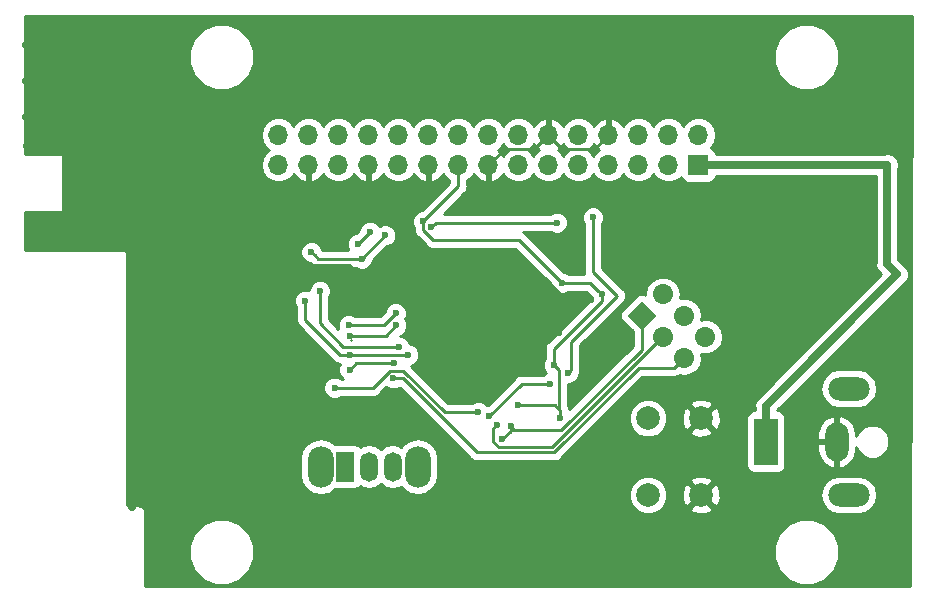
<source format=gbl>
G04 #@! TF.GenerationSoftware,KiCad,Pcbnew,(6.0.0-rc1-dev-1030-g80d50d98b)*
G04 #@! TF.CreationDate,2018-11-08T14:33:05-07:00*
G04 #@! TF.ProjectId,airmed_board_v1.0,6169726D65645F626F6172645F76312E,rev?*
G04 #@! TF.SameCoordinates,Original*
G04 #@! TF.FileFunction,Copper,L2,Bot*
G04 #@! TF.FilePolarity,Positive*
%FSLAX46Y46*%
G04 Gerber Fmt 4.6, Leading zero omitted, Abs format (unit mm)*
G04 Created by KiCad (PCBNEW (6.0.0-rc1-dev-1030-g80d50d98b)) date Thursday, November 08, 2018 at 02:33:05 PM*
%MOMM*%
%LPD*%
G01*
G04 APERTURE LIST*
G04 #@! TA.AperFunction,ComponentPad*
%ADD10C,1.700000*%
G04 #@! TD*
G04 #@! TA.AperFunction,Conductor*
%ADD11C,0.100000*%
G04 #@! TD*
G04 #@! TA.AperFunction,Conductor*
%ADD12C,1.700000*%
G04 #@! TD*
G04 #@! TA.AperFunction,ComponentPad*
%ADD13O,1.700000X1.700000*%
G04 #@! TD*
G04 #@! TA.AperFunction,ComponentPad*
%ADD14R,1.700000X1.700000*%
G04 #@! TD*
G04 #@! TA.AperFunction,ComponentPad*
%ADD15C,2.000000*%
G04 #@! TD*
G04 #@! TA.AperFunction,ComponentPad*
%ADD16R,2.000000X4.000000*%
G04 #@! TD*
G04 #@! TA.AperFunction,ComponentPad*
%ADD17O,2.000000X3.300000*%
G04 #@! TD*
G04 #@! TA.AperFunction,ComponentPad*
%ADD18O,3.500001X2.000000*%
G04 #@! TD*
G04 #@! TA.AperFunction,ComponentPad*
%ADD19R,1.500000X2.500000*%
G04 #@! TD*
G04 #@! TA.AperFunction,ComponentPad*
%ADD20O,1.500000X2.500000*%
G04 #@! TD*
G04 #@! TA.AperFunction,ComponentPad*
%ADD21O,2.200000X3.500001*%
G04 #@! TD*
G04 #@! TA.AperFunction,ViaPad*
%ADD22C,0.700000*%
G04 #@! TD*
G04 #@! TA.AperFunction,ViaPad*
%ADD23C,0.600000*%
G04 #@! TD*
G04 #@! TA.AperFunction,Conductor*
%ADD24C,0.254000*%
G04 #@! TD*
G04 #@! TA.AperFunction,Conductor*
%ADD25C,0.635000*%
G04 #@! TD*
G04 APERTURE END LIST*
D10*
G04 #@! TO.P,J2,1*
G04 #@! TO.N,Net-(J2-Pad1)*
X156315400Y-93864800D03*
D11*
G04 #@! TD*
G04 #@! TO.N,Net-(J2-Pad1)*
G04 #@! TO.C,J2*
G36*
X156315400Y-95066882D02*
X155113318Y-93864800D01*
X156315400Y-92662718D01*
X157517482Y-93864800D01*
X156315400Y-95066882D01*
X156315400Y-95066882D01*
G37*
D10*
G04 #@! TO.P,J2,2*
G04 #@! TO.N,+3V3*
X158111451Y-92068749D03*
D12*
G04 #@! TD*
G04 #@! TO.N,+3V3*
G04 #@! TO.C,J2*
X158111451Y-92068749D02*
X158111451Y-92068749D01*
D10*
G04 #@! TO.P,J2,3*
G04 #@! TO.N,Net-(J2-Pad3)*
X158111451Y-95660851D03*
D12*
G04 #@! TD*
G04 #@! TO.N,Net-(J2-Pad3)*
G04 #@! TO.C,J2*
X158111451Y-95660851D02*
X158111451Y-95660851D01*
D10*
G04 #@! TO.P,J2,4*
G04 #@! TO.N,+3V3*
X159907502Y-93864800D03*
D12*
G04 #@! TD*
G04 #@! TO.N,+3V3*
G04 #@! TO.C,J2*
X159907502Y-93864800D02*
X159907502Y-93864800D01*
D10*
G04 #@! TO.P,J2,5*
G04 #@! TO.N,Net-(J2-Pad5)*
X159907502Y-97456902D03*
D12*
G04 #@! TD*
G04 #@! TO.N,Net-(J2-Pad5)*
G04 #@! TO.C,J2*
X159907502Y-97456902D02*
X159907502Y-97456902D01*
D10*
G04 #@! TO.P,J2,6*
G04 #@! TO.N,+3V3*
X161703554Y-95660851D03*
D12*
G04 #@! TD*
G04 #@! TO.N,+3V3*
G04 #@! TO.C,J2*
X161703554Y-95660851D02*
X161703554Y-95660851D01*
D13*
G04 #@! TO.P,J3,30*
G04 #@! TO.N,/GPIO28*
X125556000Y-78574000D03*
G04 #@! TO.P,J3,29*
G04 #@! TO.N,/GPIO22*
X125556000Y-81114000D03*
G04 #@! TO.P,J3,28*
G04 #@! TO.N,/GPIO17*
X128096000Y-78574000D03*
G04 #@! TO.P,J3,27*
G04 #@! TO.N,GND*
X128096000Y-81114000D03*
G04 #@! TO.P,J3,26*
G04 #@! TO.N,/GPIO16*
X130636000Y-78574000D03*
G04 #@! TO.P,J3,25*
G04 #@! TO.N,/GPIO15*
X130636000Y-81114000D03*
G04 #@! TO.P,J3,24*
G04 #@! TO.N,/GPIO14*
X133176000Y-78574000D03*
G04 #@! TO.P,J3,23*
G04 #@! TO.N,GND*
X133176000Y-81114000D03*
G04 #@! TO.P,J3,22*
G04 #@! TO.N,/GPIO13*
X135716000Y-78574000D03*
G04 #@! TO.P,J3,21*
G04 #@! TO.N,/GPIO12*
X135716000Y-81114000D03*
G04 #@! TO.P,J3,20*
G04 #@! TO.N,/GPIO11*
X138256000Y-78574000D03*
G04 #@! TO.P,J3,19*
G04 #@! TO.N,GND*
X138256000Y-81114000D03*
G04 #@! TO.P,J3,18*
G04 #@! TO.N,/GPIO10*
X140796000Y-78574000D03*
G04 #@! TO.P,J3,17*
G04 #@! TO.N,+3V3*
X140796000Y-81114000D03*
G04 #@! TO.P,J3,16*
G04 #@! TO.N,+5V*
X143336000Y-78574000D03*
G04 #@! TO.P,J3,15*
G04 #@! TO.N,GND*
X143336000Y-81114000D03*
G04 #@! TO.P,J3,14*
G04 #@! TO.N,/GPIO9*
X145876000Y-78574000D03*
G04 #@! TO.P,J3,13*
G04 #@! TO.N,/GPIO8*
X145876000Y-81114000D03*
G04 #@! TO.P,J3,12*
G04 #@! TO.N,GND*
X148416000Y-78574000D03*
G04 #@! TO.P,J3,11*
G04 #@! TO.N,/GPIO7*
X148416000Y-81114000D03*
G04 #@! TO.P,J3,10*
G04 #@! TO.N,/GPIO6*
X150956000Y-78574000D03*
G04 #@! TO.P,J3,9*
G04 #@! TO.N,/GPIO5*
X150956000Y-81114000D03*
G04 #@! TO.P,J3,8*
G04 #@! TO.N,GND*
X153496000Y-78574000D03*
G04 #@! TO.P,J3,7*
G04 #@! TO.N,/GPIO4*
X153496000Y-81114000D03*
G04 #@! TO.P,J3,6*
G04 #@! TO.N,/GPIO3*
X156036000Y-78574000D03*
G04 #@! TO.P,J3,5*
G04 #@! TO.N,/GPIO2*
X156036000Y-81114000D03*
G04 #@! TO.P,J3,4*
G04 #@! TO.N,/GPIO1*
X158576000Y-78574000D03*
G04 #@! TO.P,J3,3*
G04 #@! TO.N,/GPIO30*
X158576000Y-81114000D03*
G04 #@! TO.P,J3,2*
G04 #@! TO.N,/GPIO0*
X161116000Y-78574000D03*
D14*
G04 #@! TO.P,J3,1*
G04 #@! TO.N,+12V*
X161116000Y-81114000D03*
G04 #@! TD*
D15*
G04 #@! TO.P,SW2,2*
G04 #@! TO.N,GND*
X161348800Y-109054000D03*
G04 #@! TO.P,SW2,1*
G04 #@! TO.N,/nRESET*
X156848800Y-109054000D03*
G04 #@! TO.P,SW2,2*
G04 #@! TO.N,GND*
X161348800Y-102554000D03*
G04 #@! TO.P,SW2,1*
G04 #@! TO.N,/nRESET*
X156848800Y-102554000D03*
G04 #@! TD*
D16*
G04 #@! TO.P,J1,1*
G04 #@! TO.N,+12V*
X166831000Y-104545500D03*
D17*
G04 #@! TO.P,J1,2*
G04 #@! TO.N,GND*
X172831000Y-104545500D03*
D18*
G04 #@! TO.P,J1,MP*
G04 #@! TO.N,N/C*
X173831000Y-109045500D03*
X173831000Y-100045500D03*
G04 #@! TD*
D19*
G04 #@! TO.P,SW1,1*
G04 #@! TO.N,Net-(L5-Pad1)*
X131232900Y-106653700D03*
D20*
G04 #@! TO.P,SW1,2*
G04 #@! TO.N,Net-(SW1-Pad2)*
X133232900Y-106653700D03*
G04 #@! TO.P,SW1,3*
G04 #@! TO.N,Net-(L6-Pad1)*
X135232900Y-106653700D03*
D21*
G04 #@! TO.P,SW1,*
G04 #@! TO.N,*
X129132900Y-106653700D03*
X137332900Y-106653700D03*
G04 #@! TD*
D22*
G04 #@! TO.N,GND*
X113134299Y-110088650D03*
X113134299Y-108632650D03*
D23*
X142890000Y-93092000D03*
X143640000Y-93842000D03*
X144390000Y-94592000D03*
X145140000Y-95342000D03*
X143640000Y-95342000D03*
X142890000Y-94592000D03*
X142140000Y-95342000D03*
X144390000Y-96092000D03*
X143640000Y-96842000D03*
X142890000Y-96092000D03*
X142890000Y-97592000D03*
X142140000Y-96842000D03*
X141390000Y-96092000D03*
X142140000Y-93842000D03*
X141390000Y-94592000D03*
X140640000Y-95342000D03*
X140640000Y-96842000D03*
X141390000Y-97592000D03*
X142140000Y-98342000D03*
X143640000Y-98342000D03*
X144390000Y-97592000D03*
X145140000Y-96842000D03*
X145890000Y-96092000D03*
X145890000Y-94592000D03*
X145140000Y-93842000D03*
X144390000Y-93092000D03*
X143640000Y-92342000D03*
X142140000Y-92342000D03*
X141390000Y-93092000D03*
X140640000Y-93842000D03*
X139890000Y-94592000D03*
X139890000Y-96092000D03*
D22*
X113364000Y-107022000D03*
X104270800Y-79539200D03*
D23*
X143031200Y-88835600D03*
X153556200Y-87083000D03*
X149330400Y-95338000D03*
X127829300Y-89572200D03*
X132350500Y-90372300D03*
X131550400Y-93382200D03*
D22*
X164341800Y-102551600D03*
X177880000Y-95668200D03*
X160023800Y-86117800D03*
D23*
X139932400Y-106006000D03*
X145291800Y-106437800D03*
X138586200Y-103796200D03*
D22*
X105236000Y-87972000D03*
X106506000Y-87972000D03*
X107776000Y-87972000D03*
X123524000Y-87972000D03*
X113364000Y-90004000D03*
X113364000Y-91274000D03*
X113364000Y-92544000D03*
X119714000Y-82638000D03*
X123270000Y-86702000D03*
X124794000Y-83654000D03*
D23*
X128350000Y-86702000D03*
D22*
X105490000Y-79590000D03*
X106760000Y-79590000D03*
X122000000Y-80860000D03*
X123270000Y-80860000D03*
X123270000Y-82130000D03*
X123270000Y-79590000D03*
X123270000Y-78320000D03*
X120730000Y-83908000D03*
X122000000Y-85432000D03*
X105236000Y-86702000D03*
X124794000Y-87972000D03*
X124794000Y-89242000D03*
X125302000Y-90512000D03*
X125302000Y-91782000D03*
X113364000Y-94068000D03*
X125302000Y-93306000D03*
X113364000Y-95338000D03*
X113364000Y-96608000D03*
X113364000Y-97878000D03*
X113364000Y-99148000D03*
X113364000Y-100418000D03*
X113364000Y-101688000D03*
X113364000Y-102958000D03*
X113364000Y-104228000D03*
X125302000Y-94576000D03*
X125302000Y-95846000D03*
X125302000Y-97116000D03*
X125302000Y-98386000D03*
X125302000Y-99656000D03*
X125302000Y-100926000D03*
X125302000Y-102196000D03*
D23*
X126826000Y-100926000D03*
X126826000Y-102196000D03*
X128350000Y-103466000D03*
D22*
X125048000Y-106768000D03*
X125048000Y-108292000D03*
X125048000Y-109816000D03*
X126572000Y-109816000D03*
X170006000Y-107530000D03*
X170006000Y-102450000D03*
X176610000Y-102196000D03*
X176864000Y-107530000D03*
X126064000Y-84670000D03*
D23*
X127334000Y-85686000D03*
D22*
X127334000Y-84670000D03*
X126064000Y-83654000D03*
X120730000Y-77050000D03*
X123270000Y-77304000D03*
D23*
X130890000Y-102196000D03*
X132414000Y-102196000D03*
X132414000Y-103466000D03*
X133938000Y-103466000D03*
X135462000Y-103466000D03*
X136986000Y-103466000D03*
X141558000Y-106006000D03*
D22*
X134192000Y-109816000D03*
X135716000Y-109816000D03*
X137240000Y-109816000D03*
X138764000Y-109816000D03*
X140288000Y-109816000D03*
D23*
X140288000Y-108292000D03*
X140288000Y-106768000D03*
D22*
X109300000Y-87972000D03*
X110824000Y-87972000D03*
X112348000Y-87972000D03*
X117682000Y-82638000D03*
X115650000Y-82638000D03*
X113872000Y-82638000D03*
X112094000Y-82638000D03*
X110316000Y-82638000D03*
X108538000Y-82638000D03*
X117682000Y-80098000D03*
X115650000Y-80098000D03*
X113872000Y-80098000D03*
X112094000Y-80098000D03*
X110316000Y-80098000D03*
X119460000Y-80098000D03*
X123270000Y-106768000D03*
X121492000Y-106768000D03*
X119714000Y-106768000D03*
X117936000Y-106768000D03*
X116158000Y-106768000D03*
X125048000Y-104736000D03*
X123270000Y-104736000D03*
X121492000Y-104736000D03*
X119714000Y-104736000D03*
X117936000Y-104736000D03*
X116158000Y-90004000D03*
X119206000Y-90004000D03*
X122254000Y-90004000D03*
X116158000Y-92544000D03*
X122254000Y-92544000D03*
X116158000Y-95338000D03*
X119206000Y-92544000D03*
X119206000Y-95338000D03*
X122254000Y-95338000D03*
X116158000Y-98132000D03*
X119206000Y-98132000D03*
X122254000Y-98132000D03*
X116158000Y-100926000D03*
X119206000Y-100926000D03*
X122254000Y-100926000D03*
X116158000Y-87210000D03*
X119206000Y-87210000D03*
X116158000Y-84416000D03*
X113110000Y-84416000D03*
X110062000Y-84416000D03*
X104220000Y-77050000D03*
X107014000Y-77050000D03*
X110316000Y-77050000D03*
X113872000Y-77050000D03*
X117682000Y-77050000D03*
X113872000Y-74002000D03*
X110316000Y-74002000D03*
X107014000Y-74002000D03*
X104220000Y-74002000D03*
X104220000Y-70954000D03*
X107014000Y-70954000D03*
X110316000Y-70954000D03*
X113872000Y-70954000D03*
X116158000Y-109054000D03*
X116158000Y-112356000D03*
X116158000Y-115658000D03*
X120984000Y-80098000D03*
D23*
X152040382Y-92569400D03*
X148137736Y-90817936D03*
G04 #@! TO.N,Net-(C1-Pad1)*
X143414264Y-102386500D03*
X148530300Y-99630553D03*
D22*
G04 #@! TO.N,+12V*
X177079900Y-81108700D03*
X177943500Y-90385000D03*
D23*
G04 #@! TO.N,+3V3*
X137824200Y-85889200D03*
X132642600Y-89038800D03*
X134598400Y-87083000D03*
X128350000Y-88480000D03*
X152937200Y-92061398D03*
X149559000Y-91075591D03*
X148873200Y-98063790D03*
X145876000Y-101459400D03*
X149432000Y-102526200D03*
G04 #@! TO.N,Net-(C10-Pad1)*
X149127200Y-85990800D03*
X138472623Y-86409177D03*
G04 #@! TO.N,Net-(J2-Pad1)*
X144492329Y-104347093D03*
X145217432Y-103258306D03*
G04 #@! TO.N,Net-(J2-Pad3)*
X144063618Y-103097700D03*
G04 #@! TO.N,Net-(J2-Pad5)*
X135281800Y-99186100D03*
G04 #@! TO.N,/TMS*
X135335000Y-97903400D03*
X131575077Y-98448777D03*
G04 #@! TO.N,/TCK*
X136554200Y-97192200D03*
X131601200Y-97192200D03*
X127829300Y-92594800D03*
G04 #@! TO.N,/TDO*
X135538200Y-94677600D03*
X131601200Y-95592000D03*
G04 #@! TO.N,/TDI*
X135474700Y-93687000D03*
X131498746Y-94671576D03*
G04 #@! TO.N,/nRESET*
X130305800Y-99973500D03*
X142495025Y-102069000D03*
G04 #@! TO.N,Net-(L3-Pad2)*
X152200600Y-85559000D03*
X150092400Y-98690800D03*
G04 #@! TO.N,Net-(U3-Pad13)*
X132287000Y-87768800D03*
X133303000Y-86752800D03*
G04 #@! TO.N,/GPIO28*
X135763059Y-96502659D03*
X129073900Y-91769300D03*
G04 #@! TD*
D24*
G04 #@! TO.N,GND*
X143031200Y-91733200D02*
X143640000Y-92342000D01*
X143031200Y-88835600D02*
X143031200Y-91733200D01*
X146636000Y-95338000D02*
X145890000Y-94592000D01*
X149330400Y-95338000D02*
X146636000Y-95338000D01*
X127829300Y-89572200D02*
X131550400Y-89572200D01*
X131550400Y-89572200D02*
X132350500Y-90372300D01*
X132350500Y-90372300D02*
X132350500Y-90372300D01*
X131550400Y-91172400D02*
X132350500Y-90372300D01*
X131550400Y-93382200D02*
X131550400Y-91172400D01*
X142140000Y-98451700D02*
X142140000Y-98342000D01*
X147566001Y-79423999D02*
X148416000Y-78574000D01*
X147238999Y-79751001D02*
X147566001Y-79423999D01*
X144698999Y-79751001D02*
X147238999Y-79751001D01*
X143336000Y-81114000D02*
X144698999Y-79751001D01*
X149265999Y-79423999D02*
X148416000Y-78574000D01*
X149593001Y-79751001D02*
X149265999Y-79423999D01*
X152318999Y-79751001D02*
X149593001Y-79751001D01*
X153496000Y-78574000D02*
X152318999Y-79751001D01*
X139538700Y-101053000D02*
X142140000Y-98451700D01*
X148437735Y-91117935D02*
X148137736Y-90817936D01*
X148137736Y-90844264D02*
X148137736Y-90817936D01*
X152040382Y-92569400D02*
X149889200Y-92569400D01*
X149889200Y-92569400D02*
X148437735Y-91117935D01*
X145140000Y-93842000D02*
X148137736Y-90844264D01*
G04 #@! TO.N,Net-(C1-Pad1)*
X146170211Y-99630553D02*
X148530300Y-99630553D01*
X143414264Y-102386500D02*
X146170211Y-99630553D01*
D25*
G04 #@! TO.N,+12V*
X161121300Y-81108700D02*
X161116000Y-81114000D01*
X177079900Y-81108700D02*
X161121300Y-81108700D01*
X177079900Y-81108700D02*
X177079900Y-89521400D01*
X177079900Y-89521400D02*
X177943500Y-90385000D01*
X177943500Y-90385000D02*
X177943500Y-90385000D01*
X166831000Y-101497500D02*
X166831000Y-104545500D01*
X177943500Y-90385000D02*
X166831000Y-101497500D01*
D24*
G04 #@! TO.N,+3V3*
X140796000Y-82917400D02*
X140796000Y-81114000D01*
X137824200Y-85889200D02*
X140796000Y-82917400D01*
X132642600Y-89038800D02*
X134598400Y-87083000D01*
X134598400Y-87083000D02*
X134598400Y-87083000D01*
X128649999Y-88779999D02*
X128350000Y-88480000D01*
X132642600Y-89038800D02*
X128908800Y-89038800D01*
X128908800Y-89038800D02*
X128649999Y-88779999D01*
X149559000Y-91075591D02*
X151951393Y-91075591D01*
X152637201Y-91761399D02*
X152937200Y-92061398D01*
X151951393Y-91075591D02*
X152637201Y-91761399D01*
X148873200Y-97639526D02*
X148873200Y-98063790D01*
X148873200Y-96684200D02*
X148873200Y-97639526D01*
X152937200Y-92620200D02*
X148873200Y-96684200D01*
X152937200Y-92061398D02*
X152937200Y-92620200D01*
X149274799Y-98465389D02*
X149274799Y-101784799D01*
X148873200Y-98063790D02*
X149274799Y-98465389D01*
X149432000Y-101942000D02*
X148949400Y-101459400D01*
X148949400Y-101459400D02*
X145876000Y-101459400D01*
X149432000Y-102526200D02*
X149432000Y-101942000D01*
X145922009Y-87438600D02*
X149259001Y-90775592D01*
X149259001Y-90775592D02*
X149559000Y-91075591D01*
X137824200Y-86647482D02*
X138615318Y-87438600D01*
X138615318Y-87438600D02*
X145922009Y-87438600D01*
X137824200Y-85889200D02*
X137824200Y-86647482D01*
G04 #@! TO.N,Net-(C10-Pad1)*
X149127200Y-85990800D02*
X149127200Y-85990800D01*
X138891000Y-85990800D02*
X138772622Y-86109178D01*
X149127200Y-85990800D02*
X138891000Y-85990800D01*
X138772622Y-86109178D02*
X138472623Y-86409177D01*
G04 #@! TO.N,Net-(J2-Pad1)*
X149505659Y-103558305D02*
X145517431Y-103558305D01*
X145217432Y-103621990D02*
X145217432Y-103258306D01*
X156302700Y-93852100D02*
X156302700Y-96761264D01*
X144492329Y-104347093D02*
X145217432Y-103621990D01*
X145517431Y-103558305D02*
X145217432Y-103258306D01*
X156302700Y-96761264D02*
X149505659Y-103558305D01*
G04 #@! TO.N,Net-(J2-Pad3)*
X144063618Y-103097700D02*
X143763619Y-103397699D01*
X144200028Y-104974103D02*
X148731929Y-104974103D01*
X143763619Y-104537694D02*
X144200028Y-104974103D01*
X158057881Y-95648151D02*
X158098751Y-95648151D01*
X148731929Y-104974103D02*
X158057881Y-95648151D01*
X143763619Y-103397699D02*
X143763619Y-104537694D01*
G04 #@! TO.N,Net-(J2-Pad5)*
X159894802Y-97444202D02*
X159044803Y-98294201D01*
X148919987Y-105428113D02*
X142339013Y-105428113D01*
X159044803Y-98294201D02*
X156053899Y-98294201D01*
X156053899Y-98294201D02*
X148919987Y-105428113D01*
X142339013Y-105428113D02*
X136097000Y-99186100D01*
X136097000Y-99186100D02*
X135706064Y-99186100D01*
X135706064Y-99186100D02*
X135281800Y-99186100D01*
G04 #@! TO.N,/TMS*
X131588500Y-98462200D02*
X131588500Y-98462200D01*
X134910736Y-97903400D02*
X135335000Y-97903400D01*
X131575077Y-98448777D02*
X132120454Y-97903400D01*
X132120454Y-97903400D02*
X134910736Y-97903400D01*
G04 #@! TO.N,/TCK*
X136554200Y-97192200D02*
X131601200Y-97192200D01*
X131601200Y-97192200D02*
X131601200Y-97192200D01*
X127829300Y-92594800D02*
X127829300Y-92594800D01*
X130788400Y-97192200D02*
X131601200Y-97192200D01*
X127829300Y-94233100D02*
X130788400Y-97192200D01*
X127829300Y-92594800D02*
X127829300Y-94233100D01*
G04 #@! TO.N,/TDO*
X131677400Y-95909500D02*
X131677400Y-95909500D01*
X134623800Y-95592000D02*
X132025464Y-95592000D01*
X135538200Y-94677600D02*
X134623800Y-95592000D01*
X132025464Y-95592000D02*
X131601200Y-95592000D01*
G04 #@! TO.N,/TDI*
X131499600Y-94677600D02*
X131499600Y-94677600D01*
X135474700Y-93687000D02*
X134490124Y-94671576D01*
X131923010Y-94671576D02*
X131498746Y-94671576D01*
X134490124Y-94671576D02*
X131923010Y-94671576D01*
G04 #@! TO.N,/nRESET*
X139633998Y-102069000D02*
X142070761Y-102069000D01*
X135008639Y-98530401D02*
X136095399Y-98530401D01*
X133565540Y-99973500D02*
X135008639Y-98530401D01*
X136095399Y-98530401D02*
X139633998Y-102069000D01*
X142070761Y-102069000D02*
X142495025Y-102069000D01*
X130305800Y-99973500D02*
X133565540Y-99973500D01*
G04 #@! TO.N,Net-(L3-Pad2)*
X152200600Y-90156400D02*
X152200600Y-85559000D01*
X154232600Y-92188400D02*
X152200600Y-90156400D01*
X150346399Y-96074601D02*
X154232600Y-92188400D01*
X150346399Y-98436801D02*
X150346399Y-96074601D01*
X150092400Y-98690800D02*
X150346399Y-98436801D01*
G04 #@! TO.N,Net-(U3-Pad13)*
X132287000Y-87768800D02*
X133303000Y-86752800D01*
X133303000Y-86752800D02*
X133303000Y-86752800D01*
G04 #@! TO.N,/GPIO28*
X129073900Y-91769300D02*
X129073900Y-91769300D01*
X129073900Y-94512500D02*
X129073900Y-91769300D01*
X131064059Y-96502659D02*
X129073900Y-94512500D01*
X135763059Y-96502659D02*
X131064059Y-96502659D01*
G04 #@! TD*
G04 #@! TO.N,GND*
G36*
X179000529Y-116776000D02*
X114278000Y-116776000D01*
X114278000Y-113326029D01*
X117945000Y-113326029D01*
X117945000Y-114433971D01*
X118368991Y-115457576D01*
X119152424Y-116241009D01*
X120176029Y-116665000D01*
X121283971Y-116665000D01*
X122307576Y-116241009D01*
X123091009Y-115457576D01*
X123515000Y-114433971D01*
X123515000Y-113326029D01*
X167475000Y-113326029D01*
X167475000Y-114433971D01*
X167898991Y-115457576D01*
X168682424Y-116241009D01*
X169706029Y-116665000D01*
X170813971Y-116665000D01*
X171837576Y-116241009D01*
X172621009Y-115457576D01*
X173045000Y-114433971D01*
X173045000Y-113326029D01*
X172621009Y-112302424D01*
X171837576Y-111518991D01*
X170813971Y-111095000D01*
X169706029Y-111095000D01*
X168682424Y-111518991D01*
X167898991Y-112302424D01*
X167475000Y-113326029D01*
X123515000Y-113326029D01*
X123091009Y-112302424D01*
X122307576Y-111518991D01*
X121283971Y-111095000D01*
X120176029Y-111095000D01*
X119152424Y-111518991D01*
X118368991Y-112302424D01*
X117945000Y-113326029D01*
X114278000Y-113326029D01*
X114278000Y-110642171D01*
X114290928Y-110576318D01*
X114265167Y-110448484D01*
X114239706Y-110320481D01*
X114239229Y-110319767D01*
X114239060Y-110318928D01*
X114166270Y-110210577D01*
X114093832Y-110102167D01*
X114093121Y-110101692D01*
X114092642Y-110100979D01*
X113983924Y-110028728D01*
X113875518Y-109956294D01*
X113874677Y-109956127D01*
X113873964Y-109955653D01*
X113746132Y-109930557D01*
X113618000Y-109905070D01*
X113552178Y-109918163D01*
X112704006Y-109920283D01*
X112706349Y-105832821D01*
X127397900Y-105832821D01*
X127397900Y-107474580D01*
X127498567Y-107980663D01*
X127882036Y-108554565D01*
X128455938Y-108938034D01*
X129132900Y-109072690D01*
X129809863Y-108938034D01*
X130383765Y-108554565D01*
X130397415Y-108534136D01*
X130482900Y-108551140D01*
X131982900Y-108551140D01*
X132230665Y-108501857D01*
X132440709Y-108361509D01*
X132473696Y-108312140D01*
X132692501Y-108458341D01*
X133232900Y-108565833D01*
X133773300Y-108458341D01*
X134231429Y-108152229D01*
X134232900Y-108150027D01*
X134234372Y-108152229D01*
X134692501Y-108458341D01*
X135232900Y-108565833D01*
X135773300Y-108458341D01*
X135942292Y-108345424D01*
X136082036Y-108554565D01*
X136655938Y-108938034D01*
X137332900Y-109072690D01*
X138009863Y-108938034D01*
X138323036Y-108728778D01*
X155213800Y-108728778D01*
X155213800Y-109379222D01*
X155462714Y-109980153D01*
X155922647Y-110440086D01*
X156523578Y-110689000D01*
X157174022Y-110689000D01*
X157774953Y-110440086D01*
X158008507Y-110206532D01*
X160375873Y-110206532D01*
X160474536Y-110473387D01*
X161084261Y-110699908D01*
X161734260Y-110675856D01*
X162223064Y-110473387D01*
X162321727Y-110206532D01*
X161348800Y-109233605D01*
X160375873Y-110206532D01*
X158008507Y-110206532D01*
X158234886Y-109980153D01*
X158483800Y-109379222D01*
X158483800Y-108789461D01*
X159702892Y-108789461D01*
X159726944Y-109439460D01*
X159929413Y-109928264D01*
X160196268Y-110026927D01*
X161169195Y-109054000D01*
X161528405Y-109054000D01*
X162501332Y-110026927D01*
X162768187Y-109928264D01*
X162994708Y-109318539D01*
X162984605Y-109045500D01*
X171413969Y-109045500D01*
X171540864Y-109683445D01*
X171902231Y-110224269D01*
X172443055Y-110585636D01*
X172919969Y-110680500D01*
X174742031Y-110680500D01*
X175218945Y-110585636D01*
X175759769Y-110224269D01*
X176121136Y-109683445D01*
X176248031Y-109045500D01*
X176121136Y-108407555D01*
X175759769Y-107866731D01*
X175218945Y-107505364D01*
X174742031Y-107410500D01*
X172919969Y-107410500D01*
X172443055Y-107505364D01*
X171902231Y-107866731D01*
X171540864Y-108407555D01*
X171413969Y-109045500D01*
X162984605Y-109045500D01*
X162970656Y-108668540D01*
X162768187Y-108179736D01*
X162501332Y-108081073D01*
X161528405Y-109054000D01*
X161169195Y-109054000D01*
X160196268Y-108081073D01*
X159929413Y-108179736D01*
X159702892Y-108789461D01*
X158483800Y-108789461D01*
X158483800Y-108728778D01*
X158234886Y-108127847D01*
X158008507Y-107901468D01*
X160375873Y-107901468D01*
X161348800Y-108874395D01*
X162321727Y-107901468D01*
X162223064Y-107634613D01*
X161613339Y-107408092D01*
X160963340Y-107432144D01*
X160474536Y-107634613D01*
X160375873Y-107901468D01*
X158008507Y-107901468D01*
X157774953Y-107667914D01*
X157174022Y-107419000D01*
X156523578Y-107419000D01*
X155922647Y-107667914D01*
X155462714Y-108127847D01*
X155213800Y-108728778D01*
X138323036Y-108728778D01*
X138583765Y-108554565D01*
X138967234Y-107980663D01*
X139067900Y-107474580D01*
X139067900Y-105832820D01*
X138967234Y-105326737D01*
X138583765Y-104752835D01*
X138009862Y-104369366D01*
X137332900Y-104234710D01*
X136655937Y-104369366D01*
X136082035Y-104752835D01*
X135942292Y-104961976D01*
X135773299Y-104849059D01*
X135232900Y-104741567D01*
X134692500Y-104849059D01*
X134234371Y-105155172D01*
X134232900Y-105157374D01*
X134231428Y-105155171D01*
X133773299Y-104849059D01*
X133232900Y-104741567D01*
X132692500Y-104849059D01*
X132473696Y-104995259D01*
X132440709Y-104945891D01*
X132230665Y-104805543D01*
X131982900Y-104756260D01*
X130482900Y-104756260D01*
X130397415Y-104773264D01*
X130383765Y-104752835D01*
X129809862Y-104369366D01*
X129132900Y-104234710D01*
X128455937Y-104369366D01*
X127882035Y-104752835D01*
X127498566Y-105326738D01*
X127397900Y-105832821D01*
X112706349Y-105832821D01*
X112716300Y-88480073D01*
X112706633Y-88431399D01*
X112679103Y-88390197D01*
X112637901Y-88362667D01*
X112589300Y-88353000D01*
X104118000Y-88353000D01*
X104118000Y-88294017D01*
X127415000Y-88294017D01*
X127415000Y-88665983D01*
X127557345Y-89009635D01*
X127820365Y-89272655D01*
X128164017Y-89415000D01*
X128207370Y-89415000D01*
X128316916Y-89524546D01*
X128359429Y-89588171D01*
X128611483Y-89756588D01*
X128833752Y-89800800D01*
X128833753Y-89800800D01*
X128908800Y-89815728D01*
X128983847Y-89800800D01*
X132082310Y-89800800D01*
X132112965Y-89831455D01*
X132456617Y-89973800D01*
X132828583Y-89973800D01*
X133172235Y-89831455D01*
X133435255Y-89568435D01*
X133577600Y-89224783D01*
X133577600Y-89181430D01*
X134741031Y-88018000D01*
X134784383Y-88018000D01*
X135128035Y-87875655D01*
X135391055Y-87612635D01*
X135533400Y-87268983D01*
X135533400Y-86897017D01*
X135391055Y-86553365D01*
X135128035Y-86290345D01*
X134784383Y-86148000D01*
X134412417Y-86148000D01*
X134115469Y-86271000D01*
X134095655Y-86223165D01*
X133832635Y-85960145D01*
X133488983Y-85817800D01*
X133117017Y-85817800D01*
X132773365Y-85960145D01*
X132510345Y-86223165D01*
X132368000Y-86566817D01*
X132368000Y-86610169D01*
X132144370Y-86833800D01*
X132101017Y-86833800D01*
X131757365Y-86976145D01*
X131494345Y-87239165D01*
X131352000Y-87582817D01*
X131352000Y-87954783D01*
X131485384Y-88276800D01*
X129277869Y-88276800D01*
X129142655Y-87950365D01*
X128879635Y-87687345D01*
X128535983Y-87545000D01*
X128164017Y-87545000D01*
X127820365Y-87687345D01*
X127557345Y-87950365D01*
X127415000Y-88294017D01*
X104118000Y-88294017D01*
X104118000Y-85127200D01*
X107166400Y-85127200D01*
X107215001Y-85117533D01*
X107256203Y-85090003D01*
X107283733Y-85048801D01*
X107293400Y-85000200D01*
X107293400Y-80326600D01*
X107283733Y-80277999D01*
X107256203Y-80236797D01*
X107215001Y-80209267D01*
X107166400Y-80199600D01*
X104118000Y-80199600D01*
X104118000Y-78574000D01*
X124041908Y-78574000D01*
X124157161Y-79153418D01*
X124485375Y-79644625D01*
X124783761Y-79844000D01*
X124485375Y-80043375D01*
X124157161Y-80534582D01*
X124041908Y-81114000D01*
X124157161Y-81693418D01*
X124485375Y-82184625D01*
X124976582Y-82512839D01*
X125409744Y-82599000D01*
X125702256Y-82599000D01*
X126135418Y-82512839D01*
X126626625Y-82184625D01*
X126839843Y-81865522D01*
X126900817Y-81995358D01*
X127329076Y-82385645D01*
X127739110Y-82555476D01*
X127969000Y-82434155D01*
X127969000Y-81241000D01*
X127949000Y-81241000D01*
X127949000Y-80987000D01*
X127969000Y-80987000D01*
X127969000Y-80967000D01*
X128223000Y-80967000D01*
X128223000Y-80987000D01*
X128243000Y-80987000D01*
X128243000Y-81241000D01*
X128223000Y-81241000D01*
X128223000Y-82434155D01*
X128452890Y-82555476D01*
X128862924Y-82385645D01*
X129291183Y-81995358D01*
X129352157Y-81865522D01*
X129565375Y-82184625D01*
X130056582Y-82512839D01*
X130489744Y-82599000D01*
X130782256Y-82599000D01*
X131215418Y-82512839D01*
X131706625Y-82184625D01*
X131919843Y-81865522D01*
X131980817Y-81995358D01*
X132409076Y-82385645D01*
X132819110Y-82555476D01*
X133049000Y-82434155D01*
X133049000Y-81241000D01*
X133029000Y-81241000D01*
X133029000Y-80987000D01*
X133049000Y-80987000D01*
X133049000Y-80967000D01*
X133303000Y-80967000D01*
X133303000Y-80987000D01*
X133323000Y-80987000D01*
X133323000Y-81241000D01*
X133303000Y-81241000D01*
X133303000Y-82434155D01*
X133532890Y-82555476D01*
X133942924Y-82385645D01*
X134371183Y-81995358D01*
X134432157Y-81865522D01*
X134645375Y-82184625D01*
X135136582Y-82512839D01*
X135569744Y-82599000D01*
X135862256Y-82599000D01*
X136295418Y-82512839D01*
X136786625Y-82184625D01*
X136999843Y-81865522D01*
X137060817Y-81995358D01*
X137489076Y-82385645D01*
X137899110Y-82555476D01*
X138129000Y-82434155D01*
X138129000Y-81241000D01*
X138109000Y-81241000D01*
X138109000Y-80987000D01*
X138129000Y-80987000D01*
X138129000Y-80967000D01*
X138383000Y-80967000D01*
X138383000Y-80987000D01*
X138403000Y-80987000D01*
X138403000Y-81241000D01*
X138383000Y-81241000D01*
X138383000Y-82434155D01*
X138612890Y-82555476D01*
X139022924Y-82385645D01*
X139451183Y-81995358D01*
X139512157Y-81865522D01*
X139725375Y-82184625D01*
X140034000Y-82390842D01*
X140034000Y-82601769D01*
X137681570Y-84954200D01*
X137638217Y-84954200D01*
X137294565Y-85096545D01*
X137031545Y-85359565D01*
X136889200Y-85703217D01*
X136889200Y-86075183D01*
X137031545Y-86418835D01*
X137062200Y-86449490D01*
X137062200Y-86572439D01*
X137047273Y-86647482D01*
X137062200Y-86722525D01*
X137062200Y-86722530D01*
X137102634Y-86925800D01*
X137106413Y-86944799D01*
X137228132Y-87126964D01*
X137274830Y-87196853D01*
X137338451Y-87239363D01*
X138023435Y-87924348D01*
X138065947Y-87987971D01*
X138318001Y-88156388D01*
X138540270Y-88200600D01*
X138540271Y-88200600D01*
X138615318Y-88215528D01*
X138690365Y-88200600D01*
X145606379Y-88200600D01*
X148624000Y-91218222D01*
X148624000Y-91261574D01*
X148766345Y-91605226D01*
X149029365Y-91868246D01*
X149373017Y-92010591D01*
X149744983Y-92010591D01*
X150088635Y-91868246D01*
X150119290Y-91837591D01*
X151635763Y-91837591D01*
X152002200Y-92204029D01*
X152002200Y-92247381D01*
X152069620Y-92410149D01*
X148387453Y-96092317D01*
X148323829Y-96134829D01*
X148155412Y-96386884D01*
X148111200Y-96609153D01*
X148111200Y-96609157D01*
X148096273Y-96684200D01*
X148111200Y-96759244D01*
X148111201Y-97503499D01*
X148080545Y-97534155D01*
X147938200Y-97877807D01*
X147938200Y-98249773D01*
X148080545Y-98593425D01*
X148230017Y-98742897D01*
X148000665Y-98837898D01*
X147970010Y-98868553D01*
X146245258Y-98868553D01*
X146170211Y-98853625D01*
X146095164Y-98868553D01*
X146095163Y-98868553D01*
X145872894Y-98912765D01*
X145620840Y-99081182D01*
X145578329Y-99144804D01*
X143271634Y-101451500D01*
X143228281Y-101451500D01*
X143208152Y-101459837D01*
X143024660Y-101276345D01*
X142681008Y-101134000D01*
X142309042Y-101134000D01*
X141965390Y-101276345D01*
X141934735Y-101307000D01*
X139949629Y-101307000D01*
X136761145Y-98118517D01*
X137083835Y-97984855D01*
X137346855Y-97721835D01*
X137489200Y-97378183D01*
X137489200Y-97006217D01*
X137346855Y-96662565D01*
X137083835Y-96399545D01*
X136740183Y-96257200D01*
X136673423Y-96257200D01*
X136555714Y-95973024D01*
X136292694Y-95710004D01*
X135949042Y-95567659D01*
X135832680Y-95567659D01*
X136067835Y-95470255D01*
X136330855Y-95207235D01*
X136473200Y-94863583D01*
X136473200Y-94491617D01*
X136330855Y-94147965D01*
X136306067Y-94123177D01*
X136409700Y-93872983D01*
X136409700Y-93501017D01*
X136267355Y-93157365D01*
X136004335Y-92894345D01*
X135660683Y-92752000D01*
X135288717Y-92752000D01*
X134945065Y-92894345D01*
X134682045Y-93157365D01*
X134539700Y-93501017D01*
X134539700Y-93544369D01*
X134174494Y-93909576D01*
X132059036Y-93909576D01*
X132028381Y-93878921D01*
X131684729Y-93736576D01*
X131312763Y-93736576D01*
X130969111Y-93878921D01*
X130706091Y-94141941D01*
X130563746Y-94485593D01*
X130563746Y-94857559D01*
X130611233Y-94972202D01*
X129835900Y-94196870D01*
X129835900Y-92329590D01*
X129866555Y-92298935D01*
X130008900Y-91955283D01*
X130008900Y-91583317D01*
X129866555Y-91239665D01*
X129603535Y-90976645D01*
X129259883Y-90834300D01*
X128887917Y-90834300D01*
X128544265Y-90976645D01*
X128281245Y-91239665D01*
X128138900Y-91583317D01*
X128138900Y-91711004D01*
X128015283Y-91659800D01*
X127643317Y-91659800D01*
X127299665Y-91802145D01*
X127036645Y-92065165D01*
X126894300Y-92408817D01*
X126894300Y-92780783D01*
X127036645Y-93124435D01*
X127067300Y-93155090D01*
X127067301Y-94158052D01*
X127052373Y-94233100D01*
X127067301Y-94308148D01*
X127111513Y-94530417D01*
X127279930Y-94782471D01*
X127343551Y-94824981D01*
X130196518Y-97677949D01*
X130239029Y-97741571D01*
X130302651Y-97784082D01*
X130491081Y-97909987D01*
X130491082Y-97909987D01*
X130491083Y-97909988D01*
X130713352Y-97954200D01*
X130713356Y-97954200D01*
X130763749Y-97964224D01*
X130640077Y-98262794D01*
X130640077Y-98634760D01*
X130782422Y-98978412D01*
X131015510Y-99211500D01*
X130866090Y-99211500D01*
X130835435Y-99180845D01*
X130491783Y-99038500D01*
X130119817Y-99038500D01*
X129776165Y-99180845D01*
X129513145Y-99443865D01*
X129370800Y-99787517D01*
X129370800Y-100159483D01*
X129513145Y-100503135D01*
X129776165Y-100766155D01*
X130119817Y-100908500D01*
X130491783Y-100908500D01*
X130835435Y-100766155D01*
X130866090Y-100735500D01*
X133490497Y-100735500D01*
X133565540Y-100750427D01*
X133640583Y-100735500D01*
X133640588Y-100735500D01*
X133862857Y-100691288D01*
X134114911Y-100522871D01*
X134157423Y-100459247D01*
X134695040Y-99921630D01*
X134752165Y-99978755D01*
X135095817Y-100121100D01*
X135467783Y-100121100D01*
X135811435Y-99978755D01*
X135811730Y-99978460D01*
X141747131Y-105913862D01*
X141789642Y-105977484D01*
X141853264Y-106019995D01*
X142041694Y-106145900D01*
X142041695Y-106145900D01*
X142041696Y-106145901D01*
X142263965Y-106190113D01*
X142263969Y-106190113D01*
X142339012Y-106205040D01*
X142414055Y-106190113D01*
X148844944Y-106190113D01*
X148919987Y-106205040D01*
X148995030Y-106190113D01*
X148995035Y-106190113D01*
X149217304Y-106145901D01*
X149469358Y-105977484D01*
X149511870Y-105913860D01*
X153196952Y-102228778D01*
X155213800Y-102228778D01*
X155213800Y-102879222D01*
X155462714Y-103480153D01*
X155922647Y-103940086D01*
X156523578Y-104189000D01*
X157174022Y-104189000D01*
X157774953Y-103940086D01*
X158008507Y-103706532D01*
X160375873Y-103706532D01*
X160474536Y-103973387D01*
X161084261Y-104199908D01*
X161734260Y-104175856D01*
X162223064Y-103973387D01*
X162321727Y-103706532D01*
X161348800Y-102733605D01*
X160375873Y-103706532D01*
X158008507Y-103706532D01*
X158234886Y-103480153D01*
X158483800Y-102879222D01*
X158483800Y-102289461D01*
X159702892Y-102289461D01*
X159726944Y-102939460D01*
X159929413Y-103428264D01*
X160196268Y-103526927D01*
X161169195Y-102554000D01*
X161528405Y-102554000D01*
X162501332Y-103526927D01*
X162768187Y-103428264D01*
X162994708Y-102818539D01*
X162970656Y-102168540D01*
X162768187Y-101679736D01*
X162501332Y-101581073D01*
X161528405Y-102554000D01*
X161169195Y-102554000D01*
X160196268Y-101581073D01*
X159929413Y-101679736D01*
X159702892Y-102289461D01*
X158483800Y-102289461D01*
X158483800Y-102228778D01*
X158234886Y-101627847D01*
X158008507Y-101401468D01*
X160375873Y-101401468D01*
X161348800Y-102374395D01*
X162321727Y-101401468D01*
X162223064Y-101134613D01*
X161613339Y-100908092D01*
X160963340Y-100932144D01*
X160474536Y-101134613D01*
X160375873Y-101401468D01*
X158008507Y-101401468D01*
X157774953Y-101167914D01*
X157174022Y-100919000D01*
X156523578Y-100919000D01*
X155922647Y-101167914D01*
X155462714Y-101627847D01*
X155213800Y-102228778D01*
X153196952Y-102228778D01*
X156369530Y-99056201D01*
X158969760Y-99056201D01*
X159044803Y-99071128D01*
X159119846Y-99056201D01*
X159119851Y-99056201D01*
X159342120Y-99011989D01*
X159519098Y-98893736D01*
X159761246Y-98941902D01*
X160053758Y-98941902D01*
X160486920Y-98855741D01*
X160978127Y-98527527D01*
X161306341Y-98036320D01*
X161421594Y-97456902D01*
X161351583Y-97104932D01*
X161557298Y-97145851D01*
X161849810Y-97145851D01*
X162282972Y-97059690D01*
X162774179Y-96731476D01*
X163102393Y-96240269D01*
X163217646Y-95660851D01*
X163102393Y-95081433D01*
X162774179Y-94590226D01*
X162282972Y-94262012D01*
X161849810Y-94175851D01*
X161557298Y-94175851D01*
X161351583Y-94216770D01*
X161421594Y-93864800D01*
X161306341Y-93285382D01*
X160978127Y-92794175D01*
X160486920Y-92465961D01*
X160053758Y-92379800D01*
X159761246Y-92379800D01*
X159555532Y-92420719D01*
X159625543Y-92068749D01*
X159510290Y-91489331D01*
X159182076Y-90998124D01*
X158690869Y-90669910D01*
X158257707Y-90583749D01*
X157965195Y-90583749D01*
X157532033Y-90669910D01*
X157040826Y-90998124D01*
X156712612Y-91489331D01*
X156597359Y-92068749D01*
X156601640Y-92090269D01*
X156563165Y-92064561D01*
X156315400Y-92015278D01*
X156067635Y-92064561D01*
X155857591Y-92204909D01*
X154655509Y-93406991D01*
X154515161Y-93617035D01*
X154465878Y-93864800D01*
X154515161Y-94112565D01*
X154655509Y-94322609D01*
X155540700Y-95207800D01*
X155540701Y-96445632D01*
X150181620Y-101804714D01*
X150149788Y-101644683D01*
X150036799Y-101475583D01*
X150036799Y-99625800D01*
X150278383Y-99625800D01*
X150622035Y-99483455D01*
X150885055Y-99220435D01*
X151027400Y-98876783D01*
X151027400Y-98789174D01*
X151064187Y-98734118D01*
X151108399Y-98511849D01*
X151108399Y-98511848D01*
X151123327Y-98436801D01*
X151108399Y-98361754D01*
X151108399Y-96390231D01*
X154718350Y-92780281D01*
X154781971Y-92737771D01*
X154838426Y-92653280D01*
X154950387Y-92485719D01*
X155009527Y-92188401D01*
X154950387Y-91891083D01*
X154950387Y-91891082D01*
X154824482Y-91702651D01*
X154824477Y-91702646D01*
X154781970Y-91639030D01*
X154718354Y-91596523D01*
X152962600Y-89840770D01*
X152962600Y-86119290D01*
X152993255Y-86088635D01*
X153135600Y-85744983D01*
X153135600Y-85373017D01*
X152993255Y-85029365D01*
X152730235Y-84766345D01*
X152386583Y-84624000D01*
X152014617Y-84624000D01*
X151670965Y-84766345D01*
X151407945Y-85029365D01*
X151265600Y-85373017D01*
X151265600Y-85744983D01*
X151407945Y-86088635D01*
X151438601Y-86119291D01*
X151438600Y-90081357D01*
X151423673Y-90156400D01*
X151438600Y-90231443D01*
X151438600Y-90231447D01*
X151454939Y-90313591D01*
X150119290Y-90313591D01*
X150088635Y-90282936D01*
X149744983Y-90140591D01*
X149701631Y-90140591D01*
X146513892Y-86952853D01*
X146471380Y-86889229D01*
X146267199Y-86752800D01*
X148566910Y-86752800D01*
X148597565Y-86783455D01*
X148941217Y-86925800D01*
X149313183Y-86925800D01*
X149656835Y-86783455D01*
X149919855Y-86520435D01*
X150062200Y-86176783D01*
X150062200Y-85804817D01*
X149919855Y-85461165D01*
X149656835Y-85198145D01*
X149313183Y-85055800D01*
X148941217Y-85055800D01*
X148597565Y-85198145D01*
X148566910Y-85228800D01*
X139562230Y-85228800D01*
X141281750Y-83509281D01*
X141345371Y-83466771D01*
X141513788Y-83214717D01*
X141558000Y-82992448D01*
X141558000Y-82992447D01*
X141572928Y-82917400D01*
X141558000Y-82842353D01*
X141558000Y-82390842D01*
X141866625Y-82184625D01*
X142079843Y-81865522D01*
X142140817Y-81995358D01*
X142569076Y-82385645D01*
X142979110Y-82555476D01*
X143209000Y-82434155D01*
X143209000Y-81241000D01*
X143189000Y-81241000D01*
X143189000Y-80987000D01*
X143209000Y-80987000D01*
X143209000Y-80967000D01*
X143463000Y-80967000D01*
X143463000Y-80987000D01*
X143483000Y-80987000D01*
X143483000Y-81241000D01*
X143463000Y-81241000D01*
X143463000Y-82434155D01*
X143692890Y-82555476D01*
X144102924Y-82385645D01*
X144531183Y-81995358D01*
X144592157Y-81865522D01*
X144805375Y-82184625D01*
X145296582Y-82512839D01*
X145729744Y-82599000D01*
X146022256Y-82599000D01*
X146455418Y-82512839D01*
X146946625Y-82184625D01*
X147146000Y-81886239D01*
X147345375Y-82184625D01*
X147836582Y-82512839D01*
X148269744Y-82599000D01*
X148562256Y-82599000D01*
X148995418Y-82512839D01*
X149486625Y-82184625D01*
X149686000Y-81886239D01*
X149885375Y-82184625D01*
X150376582Y-82512839D01*
X150809744Y-82599000D01*
X151102256Y-82599000D01*
X151535418Y-82512839D01*
X152026625Y-82184625D01*
X152226000Y-81886239D01*
X152425375Y-82184625D01*
X152916582Y-82512839D01*
X153349744Y-82599000D01*
X153642256Y-82599000D01*
X154075418Y-82512839D01*
X154566625Y-82184625D01*
X154766000Y-81886239D01*
X154965375Y-82184625D01*
X155456582Y-82512839D01*
X155889744Y-82599000D01*
X156182256Y-82599000D01*
X156615418Y-82512839D01*
X157106625Y-82184625D01*
X157306000Y-81886239D01*
X157505375Y-82184625D01*
X157996582Y-82512839D01*
X158429744Y-82599000D01*
X158722256Y-82599000D01*
X159155418Y-82512839D01*
X159646625Y-82184625D01*
X159658816Y-82166381D01*
X159667843Y-82211765D01*
X159808191Y-82421809D01*
X160018235Y-82562157D01*
X160266000Y-82611440D01*
X161966000Y-82611440D01*
X162213765Y-82562157D01*
X162423809Y-82421809D01*
X162564157Y-82211765D01*
X162594106Y-82061200D01*
X176127400Y-82061200D01*
X176127401Y-89427585D01*
X176108740Y-89521400D01*
X176182665Y-89893046D01*
X176182666Y-89893047D01*
X176393187Y-90208114D01*
X176472717Y-90261254D01*
X176596462Y-90385000D01*
X166223820Y-100757643D01*
X166144286Y-100810786D01*
X165933766Y-101125853D01*
X165933765Y-101125854D01*
X165859840Y-101497500D01*
X165878500Y-101591310D01*
X165878500Y-101898060D01*
X165831000Y-101898060D01*
X165583235Y-101947343D01*
X165373191Y-102087691D01*
X165232843Y-102297735D01*
X165183560Y-102545500D01*
X165183560Y-106545500D01*
X165232843Y-106793265D01*
X165373191Y-107003309D01*
X165583235Y-107143657D01*
X165831000Y-107192940D01*
X167831000Y-107192940D01*
X168078765Y-107143657D01*
X168288809Y-107003309D01*
X168429157Y-106793265D01*
X168478440Y-106545500D01*
X168478440Y-104672500D01*
X171196000Y-104672500D01*
X171196000Y-105322500D01*
X171369058Y-105938520D01*
X171764683Y-106441422D01*
X172322645Y-106754644D01*
X172450566Y-106785624D01*
X172704000Y-106666277D01*
X172704000Y-104672500D01*
X171196000Y-104672500D01*
X168478440Y-104672500D01*
X168478440Y-103768500D01*
X171196000Y-103768500D01*
X171196000Y-104418500D01*
X172704000Y-104418500D01*
X172704000Y-102424723D01*
X172958000Y-102424723D01*
X172958000Y-104418500D01*
X172978000Y-104418500D01*
X172978000Y-104672500D01*
X172958000Y-104672500D01*
X172958000Y-106666277D01*
X173211434Y-106785624D01*
X173339355Y-106754644D01*
X173897317Y-106441422D01*
X174292942Y-105938520D01*
X174466000Y-105322500D01*
X174466000Y-104999934D01*
X174614466Y-105358362D01*
X175018138Y-105762034D01*
X175545561Y-105980500D01*
X176116439Y-105980500D01*
X176643862Y-105762034D01*
X177047534Y-105358362D01*
X177266000Y-104830939D01*
X177266000Y-104260061D01*
X177047534Y-103732638D01*
X176643862Y-103328966D01*
X176116439Y-103110500D01*
X175545561Y-103110500D01*
X175018138Y-103328966D01*
X174614466Y-103732638D01*
X174466000Y-104091066D01*
X174466000Y-103768500D01*
X174292942Y-103152480D01*
X173897317Y-102649578D01*
X173339355Y-102336356D01*
X173211434Y-102305376D01*
X172958000Y-102424723D01*
X172704000Y-102424723D01*
X172450566Y-102305376D01*
X172322645Y-102336356D01*
X171764683Y-102649578D01*
X171369058Y-103152480D01*
X171196000Y-103768500D01*
X168478440Y-103768500D01*
X168478440Y-102545500D01*
X168429157Y-102297735D01*
X168288809Y-102087691D01*
X168078765Y-101947343D01*
X167831000Y-101898060D01*
X167783500Y-101898060D01*
X167783500Y-101892037D01*
X169630037Y-100045500D01*
X171413969Y-100045500D01*
X171540864Y-100683445D01*
X171902231Y-101224269D01*
X172443055Y-101585636D01*
X172919969Y-101680500D01*
X174742031Y-101680500D01*
X175218945Y-101585636D01*
X175759769Y-101224269D01*
X176121136Y-100683445D01*
X176248031Y-100045500D01*
X176121136Y-99407555D01*
X175759769Y-98866731D01*
X175218945Y-98505364D01*
X174742031Y-98410500D01*
X172919969Y-98410500D01*
X172443055Y-98505364D01*
X171902231Y-98866731D01*
X171540864Y-99407555D01*
X171413969Y-100045500D01*
X169630037Y-100045500D01*
X178422996Y-91252542D01*
X178501458Y-91220042D01*
X178778542Y-90942958D01*
X178928500Y-90580929D01*
X178928500Y-90189071D01*
X178778542Y-89827042D01*
X178501458Y-89549958D01*
X178422997Y-89517458D01*
X178032400Y-89126862D01*
X178032400Y-81383091D01*
X178064900Y-81304629D01*
X178064900Y-80912771D01*
X177914942Y-80550742D01*
X177637858Y-80273658D01*
X177275829Y-80123700D01*
X176883971Y-80123700D01*
X176805509Y-80156200D01*
X162591997Y-80156200D01*
X162564157Y-80016235D01*
X162423809Y-79806191D01*
X162213765Y-79665843D01*
X162168381Y-79656816D01*
X162186625Y-79644625D01*
X162514839Y-79153418D01*
X162630092Y-78574000D01*
X162514839Y-77994582D01*
X162186625Y-77503375D01*
X161695418Y-77175161D01*
X161262256Y-77089000D01*
X160969744Y-77089000D01*
X160536582Y-77175161D01*
X160045375Y-77503375D01*
X159846000Y-77801761D01*
X159646625Y-77503375D01*
X159155418Y-77175161D01*
X158722256Y-77089000D01*
X158429744Y-77089000D01*
X157996582Y-77175161D01*
X157505375Y-77503375D01*
X157306000Y-77801761D01*
X157106625Y-77503375D01*
X156615418Y-77175161D01*
X156182256Y-77089000D01*
X155889744Y-77089000D01*
X155456582Y-77175161D01*
X154965375Y-77503375D01*
X154752157Y-77822478D01*
X154691183Y-77692642D01*
X154262924Y-77302355D01*
X153852890Y-77132524D01*
X153623000Y-77253845D01*
X153623000Y-78447000D01*
X153643000Y-78447000D01*
X153643000Y-78701000D01*
X153623000Y-78701000D01*
X153623000Y-78721000D01*
X153369000Y-78721000D01*
X153369000Y-78701000D01*
X153349000Y-78701000D01*
X153349000Y-78447000D01*
X153369000Y-78447000D01*
X153369000Y-77253845D01*
X153139110Y-77132524D01*
X152729076Y-77302355D01*
X152300817Y-77692642D01*
X152239843Y-77822478D01*
X152026625Y-77503375D01*
X151535418Y-77175161D01*
X151102256Y-77089000D01*
X150809744Y-77089000D01*
X150376582Y-77175161D01*
X149885375Y-77503375D01*
X149672157Y-77822478D01*
X149611183Y-77692642D01*
X149182924Y-77302355D01*
X148772890Y-77132524D01*
X148543000Y-77253845D01*
X148543000Y-78447000D01*
X148563000Y-78447000D01*
X148563000Y-78701000D01*
X148543000Y-78701000D01*
X148543000Y-78721000D01*
X148289000Y-78721000D01*
X148289000Y-78701000D01*
X148269000Y-78701000D01*
X148269000Y-78447000D01*
X148289000Y-78447000D01*
X148289000Y-77253845D01*
X148059110Y-77132524D01*
X147649076Y-77302355D01*
X147220817Y-77692642D01*
X147159843Y-77822478D01*
X146946625Y-77503375D01*
X146455418Y-77175161D01*
X146022256Y-77089000D01*
X145729744Y-77089000D01*
X145296582Y-77175161D01*
X144805375Y-77503375D01*
X144606000Y-77801761D01*
X144406625Y-77503375D01*
X143915418Y-77175161D01*
X143482256Y-77089000D01*
X143189744Y-77089000D01*
X142756582Y-77175161D01*
X142265375Y-77503375D01*
X142066000Y-77801761D01*
X141866625Y-77503375D01*
X141375418Y-77175161D01*
X140942256Y-77089000D01*
X140649744Y-77089000D01*
X140216582Y-77175161D01*
X139725375Y-77503375D01*
X139526000Y-77801761D01*
X139326625Y-77503375D01*
X138835418Y-77175161D01*
X138402256Y-77089000D01*
X138109744Y-77089000D01*
X137676582Y-77175161D01*
X137185375Y-77503375D01*
X136986000Y-77801761D01*
X136786625Y-77503375D01*
X136295418Y-77175161D01*
X135862256Y-77089000D01*
X135569744Y-77089000D01*
X135136582Y-77175161D01*
X134645375Y-77503375D01*
X134446000Y-77801761D01*
X134246625Y-77503375D01*
X133755418Y-77175161D01*
X133322256Y-77089000D01*
X133029744Y-77089000D01*
X132596582Y-77175161D01*
X132105375Y-77503375D01*
X131906000Y-77801761D01*
X131706625Y-77503375D01*
X131215418Y-77175161D01*
X130782256Y-77089000D01*
X130489744Y-77089000D01*
X130056582Y-77175161D01*
X129565375Y-77503375D01*
X129366000Y-77801761D01*
X129166625Y-77503375D01*
X128675418Y-77175161D01*
X128242256Y-77089000D01*
X127949744Y-77089000D01*
X127516582Y-77175161D01*
X127025375Y-77503375D01*
X126826000Y-77801761D01*
X126626625Y-77503375D01*
X126135418Y-77175161D01*
X125702256Y-77089000D01*
X125409744Y-77089000D01*
X124976582Y-77175161D01*
X124485375Y-77503375D01*
X124157161Y-77994582D01*
X124041908Y-78574000D01*
X104118000Y-78574000D01*
X104118000Y-71416029D01*
X117945000Y-71416029D01*
X117945000Y-72523971D01*
X118368991Y-73547576D01*
X119152424Y-74331009D01*
X120176029Y-74755000D01*
X121283971Y-74755000D01*
X122307576Y-74331009D01*
X123091009Y-73547576D01*
X123515000Y-72523971D01*
X123515000Y-71416029D01*
X167475000Y-71416029D01*
X167475000Y-72523971D01*
X167898991Y-73547576D01*
X168682424Y-74331009D01*
X169706029Y-74755000D01*
X170813971Y-74755000D01*
X171837576Y-74331009D01*
X172621009Y-73547576D01*
X173045000Y-72523971D01*
X173045000Y-71416029D01*
X172621009Y-70392424D01*
X171837576Y-69608991D01*
X170813971Y-69185000D01*
X169706029Y-69185000D01*
X168682424Y-69608991D01*
X167898991Y-70392424D01*
X167475000Y-71416029D01*
X123515000Y-71416029D01*
X123091009Y-70392424D01*
X122307576Y-69608991D01*
X121283971Y-69185000D01*
X120176029Y-69185000D01*
X119152424Y-69608991D01*
X118368991Y-70392424D01*
X117945000Y-71416029D01*
X104118000Y-71416029D01*
X104118000Y-68494140D01*
X179185962Y-68464660D01*
X179000529Y-116776000D01*
X179000529Y-116776000D01*
G37*
X179000529Y-116776000D02*
X114278000Y-116776000D01*
X114278000Y-113326029D01*
X117945000Y-113326029D01*
X117945000Y-114433971D01*
X118368991Y-115457576D01*
X119152424Y-116241009D01*
X120176029Y-116665000D01*
X121283971Y-116665000D01*
X122307576Y-116241009D01*
X123091009Y-115457576D01*
X123515000Y-114433971D01*
X123515000Y-113326029D01*
X167475000Y-113326029D01*
X167475000Y-114433971D01*
X167898991Y-115457576D01*
X168682424Y-116241009D01*
X169706029Y-116665000D01*
X170813971Y-116665000D01*
X171837576Y-116241009D01*
X172621009Y-115457576D01*
X173045000Y-114433971D01*
X173045000Y-113326029D01*
X172621009Y-112302424D01*
X171837576Y-111518991D01*
X170813971Y-111095000D01*
X169706029Y-111095000D01*
X168682424Y-111518991D01*
X167898991Y-112302424D01*
X167475000Y-113326029D01*
X123515000Y-113326029D01*
X123091009Y-112302424D01*
X122307576Y-111518991D01*
X121283971Y-111095000D01*
X120176029Y-111095000D01*
X119152424Y-111518991D01*
X118368991Y-112302424D01*
X117945000Y-113326029D01*
X114278000Y-113326029D01*
X114278000Y-110642171D01*
X114290928Y-110576318D01*
X114265167Y-110448484D01*
X114239706Y-110320481D01*
X114239229Y-110319767D01*
X114239060Y-110318928D01*
X114166270Y-110210577D01*
X114093832Y-110102167D01*
X114093121Y-110101692D01*
X114092642Y-110100979D01*
X113983924Y-110028728D01*
X113875518Y-109956294D01*
X113874677Y-109956127D01*
X113873964Y-109955653D01*
X113746132Y-109930557D01*
X113618000Y-109905070D01*
X113552178Y-109918163D01*
X112704006Y-109920283D01*
X112706349Y-105832821D01*
X127397900Y-105832821D01*
X127397900Y-107474580D01*
X127498567Y-107980663D01*
X127882036Y-108554565D01*
X128455938Y-108938034D01*
X129132900Y-109072690D01*
X129809863Y-108938034D01*
X130383765Y-108554565D01*
X130397415Y-108534136D01*
X130482900Y-108551140D01*
X131982900Y-108551140D01*
X132230665Y-108501857D01*
X132440709Y-108361509D01*
X132473696Y-108312140D01*
X132692501Y-108458341D01*
X133232900Y-108565833D01*
X133773300Y-108458341D01*
X134231429Y-108152229D01*
X134232900Y-108150027D01*
X134234372Y-108152229D01*
X134692501Y-108458341D01*
X135232900Y-108565833D01*
X135773300Y-108458341D01*
X135942292Y-108345424D01*
X136082036Y-108554565D01*
X136655938Y-108938034D01*
X137332900Y-109072690D01*
X138009863Y-108938034D01*
X138323036Y-108728778D01*
X155213800Y-108728778D01*
X155213800Y-109379222D01*
X155462714Y-109980153D01*
X155922647Y-110440086D01*
X156523578Y-110689000D01*
X157174022Y-110689000D01*
X157774953Y-110440086D01*
X158008507Y-110206532D01*
X160375873Y-110206532D01*
X160474536Y-110473387D01*
X161084261Y-110699908D01*
X161734260Y-110675856D01*
X162223064Y-110473387D01*
X162321727Y-110206532D01*
X161348800Y-109233605D01*
X160375873Y-110206532D01*
X158008507Y-110206532D01*
X158234886Y-109980153D01*
X158483800Y-109379222D01*
X158483800Y-108789461D01*
X159702892Y-108789461D01*
X159726944Y-109439460D01*
X159929413Y-109928264D01*
X160196268Y-110026927D01*
X161169195Y-109054000D01*
X161528405Y-109054000D01*
X162501332Y-110026927D01*
X162768187Y-109928264D01*
X162994708Y-109318539D01*
X162984605Y-109045500D01*
X171413969Y-109045500D01*
X171540864Y-109683445D01*
X171902231Y-110224269D01*
X172443055Y-110585636D01*
X172919969Y-110680500D01*
X174742031Y-110680500D01*
X175218945Y-110585636D01*
X175759769Y-110224269D01*
X176121136Y-109683445D01*
X176248031Y-109045500D01*
X176121136Y-108407555D01*
X175759769Y-107866731D01*
X175218945Y-107505364D01*
X174742031Y-107410500D01*
X172919969Y-107410500D01*
X172443055Y-107505364D01*
X171902231Y-107866731D01*
X171540864Y-108407555D01*
X171413969Y-109045500D01*
X162984605Y-109045500D01*
X162970656Y-108668540D01*
X162768187Y-108179736D01*
X162501332Y-108081073D01*
X161528405Y-109054000D01*
X161169195Y-109054000D01*
X160196268Y-108081073D01*
X159929413Y-108179736D01*
X159702892Y-108789461D01*
X158483800Y-108789461D01*
X158483800Y-108728778D01*
X158234886Y-108127847D01*
X158008507Y-107901468D01*
X160375873Y-107901468D01*
X161348800Y-108874395D01*
X162321727Y-107901468D01*
X162223064Y-107634613D01*
X161613339Y-107408092D01*
X160963340Y-107432144D01*
X160474536Y-107634613D01*
X160375873Y-107901468D01*
X158008507Y-107901468D01*
X157774953Y-107667914D01*
X157174022Y-107419000D01*
X156523578Y-107419000D01*
X155922647Y-107667914D01*
X155462714Y-108127847D01*
X155213800Y-108728778D01*
X138323036Y-108728778D01*
X138583765Y-108554565D01*
X138967234Y-107980663D01*
X139067900Y-107474580D01*
X139067900Y-105832820D01*
X138967234Y-105326737D01*
X138583765Y-104752835D01*
X138009862Y-104369366D01*
X137332900Y-104234710D01*
X136655937Y-104369366D01*
X136082035Y-104752835D01*
X135942292Y-104961976D01*
X135773299Y-104849059D01*
X135232900Y-104741567D01*
X134692500Y-104849059D01*
X134234371Y-105155172D01*
X134232900Y-105157374D01*
X134231428Y-105155171D01*
X133773299Y-104849059D01*
X133232900Y-104741567D01*
X132692500Y-104849059D01*
X132473696Y-104995259D01*
X132440709Y-104945891D01*
X132230665Y-104805543D01*
X131982900Y-104756260D01*
X130482900Y-104756260D01*
X130397415Y-104773264D01*
X130383765Y-104752835D01*
X129809862Y-104369366D01*
X129132900Y-104234710D01*
X128455937Y-104369366D01*
X127882035Y-104752835D01*
X127498566Y-105326738D01*
X127397900Y-105832821D01*
X112706349Y-105832821D01*
X112716300Y-88480073D01*
X112706633Y-88431399D01*
X112679103Y-88390197D01*
X112637901Y-88362667D01*
X112589300Y-88353000D01*
X104118000Y-88353000D01*
X104118000Y-88294017D01*
X127415000Y-88294017D01*
X127415000Y-88665983D01*
X127557345Y-89009635D01*
X127820365Y-89272655D01*
X128164017Y-89415000D01*
X128207370Y-89415000D01*
X128316916Y-89524546D01*
X128359429Y-89588171D01*
X128611483Y-89756588D01*
X128833752Y-89800800D01*
X128833753Y-89800800D01*
X128908800Y-89815728D01*
X128983847Y-89800800D01*
X132082310Y-89800800D01*
X132112965Y-89831455D01*
X132456617Y-89973800D01*
X132828583Y-89973800D01*
X133172235Y-89831455D01*
X133435255Y-89568435D01*
X133577600Y-89224783D01*
X133577600Y-89181430D01*
X134741031Y-88018000D01*
X134784383Y-88018000D01*
X135128035Y-87875655D01*
X135391055Y-87612635D01*
X135533400Y-87268983D01*
X135533400Y-86897017D01*
X135391055Y-86553365D01*
X135128035Y-86290345D01*
X134784383Y-86148000D01*
X134412417Y-86148000D01*
X134115469Y-86271000D01*
X134095655Y-86223165D01*
X133832635Y-85960145D01*
X133488983Y-85817800D01*
X133117017Y-85817800D01*
X132773365Y-85960145D01*
X132510345Y-86223165D01*
X132368000Y-86566817D01*
X132368000Y-86610169D01*
X132144370Y-86833800D01*
X132101017Y-86833800D01*
X131757365Y-86976145D01*
X131494345Y-87239165D01*
X131352000Y-87582817D01*
X131352000Y-87954783D01*
X131485384Y-88276800D01*
X129277869Y-88276800D01*
X129142655Y-87950365D01*
X128879635Y-87687345D01*
X128535983Y-87545000D01*
X128164017Y-87545000D01*
X127820365Y-87687345D01*
X127557345Y-87950365D01*
X127415000Y-88294017D01*
X104118000Y-88294017D01*
X104118000Y-85127200D01*
X107166400Y-85127200D01*
X107215001Y-85117533D01*
X107256203Y-85090003D01*
X107283733Y-85048801D01*
X107293400Y-85000200D01*
X107293400Y-80326600D01*
X107283733Y-80277999D01*
X107256203Y-80236797D01*
X107215001Y-80209267D01*
X107166400Y-80199600D01*
X104118000Y-80199600D01*
X104118000Y-78574000D01*
X124041908Y-78574000D01*
X124157161Y-79153418D01*
X124485375Y-79644625D01*
X124783761Y-79844000D01*
X124485375Y-80043375D01*
X124157161Y-80534582D01*
X124041908Y-81114000D01*
X124157161Y-81693418D01*
X124485375Y-82184625D01*
X124976582Y-82512839D01*
X125409744Y-82599000D01*
X125702256Y-82599000D01*
X126135418Y-82512839D01*
X126626625Y-82184625D01*
X126839843Y-81865522D01*
X126900817Y-81995358D01*
X127329076Y-82385645D01*
X127739110Y-82555476D01*
X127969000Y-82434155D01*
X127969000Y-81241000D01*
X127949000Y-81241000D01*
X127949000Y-80987000D01*
X127969000Y-80987000D01*
X127969000Y-80967000D01*
X128223000Y-80967000D01*
X128223000Y-80987000D01*
X128243000Y-80987000D01*
X128243000Y-81241000D01*
X128223000Y-81241000D01*
X128223000Y-82434155D01*
X128452890Y-82555476D01*
X128862924Y-82385645D01*
X129291183Y-81995358D01*
X129352157Y-81865522D01*
X129565375Y-82184625D01*
X130056582Y-82512839D01*
X130489744Y-82599000D01*
X130782256Y-82599000D01*
X131215418Y-82512839D01*
X131706625Y-82184625D01*
X131919843Y-81865522D01*
X131980817Y-81995358D01*
X132409076Y-82385645D01*
X132819110Y-82555476D01*
X133049000Y-82434155D01*
X133049000Y-81241000D01*
X133029000Y-81241000D01*
X133029000Y-80987000D01*
X133049000Y-80987000D01*
X133049000Y-80967000D01*
X133303000Y-80967000D01*
X133303000Y-80987000D01*
X133323000Y-80987000D01*
X133323000Y-81241000D01*
X133303000Y-81241000D01*
X133303000Y-82434155D01*
X133532890Y-82555476D01*
X133942924Y-82385645D01*
X134371183Y-81995358D01*
X134432157Y-81865522D01*
X134645375Y-82184625D01*
X135136582Y-82512839D01*
X135569744Y-82599000D01*
X135862256Y-82599000D01*
X136295418Y-82512839D01*
X136786625Y-82184625D01*
X136999843Y-81865522D01*
X137060817Y-81995358D01*
X137489076Y-82385645D01*
X137899110Y-82555476D01*
X138129000Y-82434155D01*
X138129000Y-81241000D01*
X138109000Y-81241000D01*
X138109000Y-80987000D01*
X138129000Y-80987000D01*
X138129000Y-80967000D01*
X138383000Y-80967000D01*
X138383000Y-80987000D01*
X138403000Y-80987000D01*
X138403000Y-81241000D01*
X138383000Y-81241000D01*
X138383000Y-82434155D01*
X138612890Y-82555476D01*
X139022924Y-82385645D01*
X139451183Y-81995358D01*
X139512157Y-81865522D01*
X139725375Y-82184625D01*
X140034000Y-82390842D01*
X140034000Y-82601769D01*
X137681570Y-84954200D01*
X137638217Y-84954200D01*
X137294565Y-85096545D01*
X137031545Y-85359565D01*
X136889200Y-85703217D01*
X136889200Y-86075183D01*
X137031545Y-86418835D01*
X137062200Y-86449490D01*
X137062200Y-86572439D01*
X137047273Y-86647482D01*
X137062200Y-86722525D01*
X137062200Y-86722530D01*
X137102634Y-86925800D01*
X137106413Y-86944799D01*
X137228132Y-87126964D01*
X137274830Y-87196853D01*
X137338451Y-87239363D01*
X138023435Y-87924348D01*
X138065947Y-87987971D01*
X138318001Y-88156388D01*
X138540270Y-88200600D01*
X138540271Y-88200600D01*
X138615318Y-88215528D01*
X138690365Y-88200600D01*
X145606379Y-88200600D01*
X148624000Y-91218222D01*
X148624000Y-91261574D01*
X148766345Y-91605226D01*
X149029365Y-91868246D01*
X149373017Y-92010591D01*
X149744983Y-92010591D01*
X150088635Y-91868246D01*
X150119290Y-91837591D01*
X151635763Y-91837591D01*
X152002200Y-92204029D01*
X152002200Y-92247381D01*
X152069620Y-92410149D01*
X148387453Y-96092317D01*
X148323829Y-96134829D01*
X148155412Y-96386884D01*
X148111200Y-96609153D01*
X148111200Y-96609157D01*
X148096273Y-96684200D01*
X148111200Y-96759244D01*
X148111201Y-97503499D01*
X148080545Y-97534155D01*
X147938200Y-97877807D01*
X147938200Y-98249773D01*
X148080545Y-98593425D01*
X148230017Y-98742897D01*
X148000665Y-98837898D01*
X147970010Y-98868553D01*
X146245258Y-98868553D01*
X146170211Y-98853625D01*
X146095164Y-98868553D01*
X146095163Y-98868553D01*
X145872894Y-98912765D01*
X145620840Y-99081182D01*
X145578329Y-99144804D01*
X143271634Y-101451500D01*
X143228281Y-101451500D01*
X143208152Y-101459837D01*
X143024660Y-101276345D01*
X142681008Y-101134000D01*
X142309042Y-101134000D01*
X141965390Y-101276345D01*
X141934735Y-101307000D01*
X139949629Y-101307000D01*
X136761145Y-98118517D01*
X137083835Y-97984855D01*
X137346855Y-97721835D01*
X137489200Y-97378183D01*
X137489200Y-97006217D01*
X137346855Y-96662565D01*
X137083835Y-96399545D01*
X136740183Y-96257200D01*
X136673423Y-96257200D01*
X136555714Y-95973024D01*
X136292694Y-95710004D01*
X135949042Y-95567659D01*
X135832680Y-95567659D01*
X136067835Y-95470255D01*
X136330855Y-95207235D01*
X136473200Y-94863583D01*
X136473200Y-94491617D01*
X136330855Y-94147965D01*
X136306067Y-94123177D01*
X136409700Y-93872983D01*
X136409700Y-93501017D01*
X136267355Y-93157365D01*
X136004335Y-92894345D01*
X135660683Y-92752000D01*
X135288717Y-92752000D01*
X134945065Y-92894345D01*
X134682045Y-93157365D01*
X134539700Y-93501017D01*
X134539700Y-93544369D01*
X134174494Y-93909576D01*
X132059036Y-93909576D01*
X132028381Y-93878921D01*
X131684729Y-93736576D01*
X131312763Y-93736576D01*
X130969111Y-93878921D01*
X130706091Y-94141941D01*
X130563746Y-94485593D01*
X130563746Y-94857559D01*
X130611233Y-94972202D01*
X129835900Y-94196870D01*
X129835900Y-92329590D01*
X129866555Y-92298935D01*
X130008900Y-91955283D01*
X130008900Y-91583317D01*
X129866555Y-91239665D01*
X129603535Y-90976645D01*
X129259883Y-90834300D01*
X128887917Y-90834300D01*
X128544265Y-90976645D01*
X128281245Y-91239665D01*
X128138900Y-91583317D01*
X128138900Y-91711004D01*
X128015283Y-91659800D01*
X127643317Y-91659800D01*
X127299665Y-91802145D01*
X127036645Y-92065165D01*
X126894300Y-92408817D01*
X126894300Y-92780783D01*
X127036645Y-93124435D01*
X127067300Y-93155090D01*
X127067301Y-94158052D01*
X127052373Y-94233100D01*
X127067301Y-94308148D01*
X127111513Y-94530417D01*
X127279930Y-94782471D01*
X127343551Y-94824981D01*
X130196518Y-97677949D01*
X130239029Y-97741571D01*
X130302651Y-97784082D01*
X130491081Y-97909987D01*
X130491082Y-97909987D01*
X130491083Y-97909988D01*
X130713352Y-97954200D01*
X130713356Y-97954200D01*
X130763749Y-97964224D01*
X130640077Y-98262794D01*
X130640077Y-98634760D01*
X130782422Y-98978412D01*
X131015510Y-99211500D01*
X130866090Y-99211500D01*
X130835435Y-99180845D01*
X130491783Y-99038500D01*
X130119817Y-99038500D01*
X129776165Y-99180845D01*
X129513145Y-99443865D01*
X129370800Y-99787517D01*
X129370800Y-100159483D01*
X129513145Y-100503135D01*
X129776165Y-100766155D01*
X130119817Y-100908500D01*
X130491783Y-100908500D01*
X130835435Y-100766155D01*
X130866090Y-100735500D01*
X133490497Y-100735500D01*
X133565540Y-100750427D01*
X133640583Y-100735500D01*
X133640588Y-100735500D01*
X133862857Y-100691288D01*
X134114911Y-100522871D01*
X134157423Y-100459247D01*
X134695040Y-99921630D01*
X134752165Y-99978755D01*
X135095817Y-100121100D01*
X135467783Y-100121100D01*
X135811435Y-99978755D01*
X135811730Y-99978460D01*
X141747131Y-105913862D01*
X141789642Y-105977484D01*
X141853264Y-106019995D01*
X142041694Y-106145900D01*
X142041695Y-106145900D01*
X142041696Y-106145901D01*
X142263965Y-106190113D01*
X142263969Y-106190113D01*
X142339012Y-106205040D01*
X142414055Y-106190113D01*
X148844944Y-106190113D01*
X148919987Y-106205040D01*
X148995030Y-106190113D01*
X148995035Y-106190113D01*
X149217304Y-106145901D01*
X149469358Y-105977484D01*
X149511870Y-105913860D01*
X153196952Y-102228778D01*
X155213800Y-102228778D01*
X155213800Y-102879222D01*
X155462714Y-103480153D01*
X155922647Y-103940086D01*
X156523578Y-104189000D01*
X157174022Y-104189000D01*
X157774953Y-103940086D01*
X158008507Y-103706532D01*
X160375873Y-103706532D01*
X160474536Y-103973387D01*
X161084261Y-104199908D01*
X161734260Y-104175856D01*
X162223064Y-103973387D01*
X162321727Y-103706532D01*
X161348800Y-102733605D01*
X160375873Y-103706532D01*
X158008507Y-103706532D01*
X158234886Y-103480153D01*
X158483800Y-102879222D01*
X158483800Y-102289461D01*
X159702892Y-102289461D01*
X159726944Y-102939460D01*
X159929413Y-103428264D01*
X160196268Y-103526927D01*
X161169195Y-102554000D01*
X161528405Y-102554000D01*
X162501332Y-103526927D01*
X162768187Y-103428264D01*
X162994708Y-102818539D01*
X162970656Y-102168540D01*
X162768187Y-101679736D01*
X162501332Y-101581073D01*
X161528405Y-102554000D01*
X161169195Y-102554000D01*
X160196268Y-101581073D01*
X159929413Y-101679736D01*
X159702892Y-102289461D01*
X158483800Y-102289461D01*
X158483800Y-102228778D01*
X158234886Y-101627847D01*
X158008507Y-101401468D01*
X160375873Y-101401468D01*
X161348800Y-102374395D01*
X162321727Y-101401468D01*
X162223064Y-101134613D01*
X161613339Y-100908092D01*
X160963340Y-100932144D01*
X160474536Y-101134613D01*
X160375873Y-101401468D01*
X158008507Y-101401468D01*
X157774953Y-101167914D01*
X157174022Y-100919000D01*
X156523578Y-100919000D01*
X155922647Y-101167914D01*
X155462714Y-101627847D01*
X155213800Y-102228778D01*
X153196952Y-102228778D01*
X156369530Y-99056201D01*
X158969760Y-99056201D01*
X159044803Y-99071128D01*
X159119846Y-99056201D01*
X159119851Y-99056201D01*
X159342120Y-99011989D01*
X159519098Y-98893736D01*
X159761246Y-98941902D01*
X160053758Y-98941902D01*
X160486920Y-98855741D01*
X160978127Y-98527527D01*
X161306341Y-98036320D01*
X161421594Y-97456902D01*
X161351583Y-97104932D01*
X161557298Y-97145851D01*
X161849810Y-97145851D01*
X162282972Y-97059690D01*
X162774179Y-96731476D01*
X163102393Y-96240269D01*
X163217646Y-95660851D01*
X163102393Y-95081433D01*
X162774179Y-94590226D01*
X162282972Y-94262012D01*
X161849810Y-94175851D01*
X161557298Y-94175851D01*
X161351583Y-94216770D01*
X161421594Y-93864800D01*
X161306341Y-93285382D01*
X160978127Y-92794175D01*
X160486920Y-92465961D01*
X160053758Y-92379800D01*
X159761246Y-92379800D01*
X159555532Y-92420719D01*
X159625543Y-92068749D01*
X159510290Y-91489331D01*
X159182076Y-90998124D01*
X158690869Y-90669910D01*
X158257707Y-90583749D01*
X157965195Y-90583749D01*
X157532033Y-90669910D01*
X157040826Y-90998124D01*
X156712612Y-91489331D01*
X156597359Y-92068749D01*
X156601640Y-92090269D01*
X156563165Y-92064561D01*
X156315400Y-92015278D01*
X156067635Y-92064561D01*
X155857591Y-92204909D01*
X154655509Y-93406991D01*
X154515161Y-93617035D01*
X154465878Y-93864800D01*
X154515161Y-94112565D01*
X154655509Y-94322609D01*
X155540700Y-95207800D01*
X155540701Y-96445632D01*
X150181620Y-101804714D01*
X150149788Y-101644683D01*
X150036799Y-101475583D01*
X150036799Y-99625800D01*
X150278383Y-99625800D01*
X150622035Y-99483455D01*
X150885055Y-99220435D01*
X151027400Y-98876783D01*
X151027400Y-98789174D01*
X151064187Y-98734118D01*
X151108399Y-98511849D01*
X151108399Y-98511848D01*
X151123327Y-98436801D01*
X151108399Y-98361754D01*
X151108399Y-96390231D01*
X154718350Y-92780281D01*
X154781971Y-92737771D01*
X154838426Y-92653280D01*
X154950387Y-92485719D01*
X155009527Y-92188401D01*
X154950387Y-91891083D01*
X154950387Y-91891082D01*
X154824482Y-91702651D01*
X154824477Y-91702646D01*
X154781970Y-91639030D01*
X154718354Y-91596523D01*
X152962600Y-89840770D01*
X152962600Y-86119290D01*
X152993255Y-86088635D01*
X153135600Y-85744983D01*
X153135600Y-85373017D01*
X152993255Y-85029365D01*
X152730235Y-84766345D01*
X152386583Y-84624000D01*
X152014617Y-84624000D01*
X151670965Y-84766345D01*
X151407945Y-85029365D01*
X151265600Y-85373017D01*
X151265600Y-85744983D01*
X151407945Y-86088635D01*
X151438601Y-86119291D01*
X151438600Y-90081357D01*
X151423673Y-90156400D01*
X151438600Y-90231443D01*
X151438600Y-90231447D01*
X151454939Y-90313591D01*
X150119290Y-90313591D01*
X150088635Y-90282936D01*
X149744983Y-90140591D01*
X149701631Y-90140591D01*
X146513892Y-86952853D01*
X146471380Y-86889229D01*
X146267199Y-86752800D01*
X148566910Y-86752800D01*
X148597565Y-86783455D01*
X148941217Y-86925800D01*
X149313183Y-86925800D01*
X149656835Y-86783455D01*
X149919855Y-86520435D01*
X150062200Y-86176783D01*
X150062200Y-85804817D01*
X149919855Y-85461165D01*
X149656835Y-85198145D01*
X149313183Y-85055800D01*
X148941217Y-85055800D01*
X148597565Y-85198145D01*
X148566910Y-85228800D01*
X139562230Y-85228800D01*
X141281750Y-83509281D01*
X141345371Y-83466771D01*
X141513788Y-83214717D01*
X141558000Y-82992448D01*
X141558000Y-82992447D01*
X141572928Y-82917400D01*
X141558000Y-82842353D01*
X141558000Y-82390842D01*
X141866625Y-82184625D01*
X142079843Y-81865522D01*
X142140817Y-81995358D01*
X142569076Y-82385645D01*
X142979110Y-82555476D01*
X143209000Y-82434155D01*
X143209000Y-81241000D01*
X143189000Y-81241000D01*
X143189000Y-80987000D01*
X143209000Y-80987000D01*
X143209000Y-80967000D01*
X143463000Y-80967000D01*
X143463000Y-80987000D01*
X143483000Y-80987000D01*
X143483000Y-81241000D01*
X143463000Y-81241000D01*
X143463000Y-82434155D01*
X143692890Y-82555476D01*
X144102924Y-82385645D01*
X144531183Y-81995358D01*
X144592157Y-81865522D01*
X144805375Y-82184625D01*
X145296582Y-82512839D01*
X145729744Y-82599000D01*
X146022256Y-82599000D01*
X146455418Y-82512839D01*
X146946625Y-82184625D01*
X147146000Y-81886239D01*
X147345375Y-82184625D01*
X147836582Y-82512839D01*
X148269744Y-82599000D01*
X148562256Y-82599000D01*
X148995418Y-82512839D01*
X149486625Y-82184625D01*
X149686000Y-81886239D01*
X149885375Y-82184625D01*
X150376582Y-82512839D01*
X150809744Y-82599000D01*
X151102256Y-82599000D01*
X151535418Y-82512839D01*
X152026625Y-82184625D01*
X152226000Y-81886239D01*
X152425375Y-82184625D01*
X152916582Y-82512839D01*
X153349744Y-82599000D01*
X153642256Y-82599000D01*
X154075418Y-82512839D01*
X154566625Y-82184625D01*
X154766000Y-81886239D01*
X154965375Y-82184625D01*
X155456582Y-82512839D01*
X155889744Y-82599000D01*
X156182256Y-82599000D01*
X156615418Y-82512839D01*
X157106625Y-82184625D01*
X157306000Y-81886239D01*
X157505375Y-82184625D01*
X157996582Y-82512839D01*
X158429744Y-82599000D01*
X158722256Y-82599000D01*
X159155418Y-82512839D01*
X159646625Y-82184625D01*
X159658816Y-82166381D01*
X159667843Y-82211765D01*
X159808191Y-82421809D01*
X160018235Y-82562157D01*
X160266000Y-82611440D01*
X161966000Y-82611440D01*
X162213765Y-82562157D01*
X162423809Y-82421809D01*
X162564157Y-82211765D01*
X162594106Y-82061200D01*
X176127400Y-82061200D01*
X176127401Y-89427585D01*
X176108740Y-89521400D01*
X176182665Y-89893046D01*
X176182666Y-89893047D01*
X176393187Y-90208114D01*
X176472717Y-90261254D01*
X176596462Y-90385000D01*
X166223820Y-100757643D01*
X166144286Y-100810786D01*
X165933766Y-101125853D01*
X165933765Y-101125854D01*
X165859840Y-101497500D01*
X165878500Y-101591310D01*
X165878500Y-101898060D01*
X165831000Y-101898060D01*
X165583235Y-101947343D01*
X165373191Y-102087691D01*
X165232843Y-102297735D01*
X165183560Y-102545500D01*
X165183560Y-106545500D01*
X165232843Y-106793265D01*
X165373191Y-107003309D01*
X165583235Y-107143657D01*
X165831000Y-107192940D01*
X167831000Y-107192940D01*
X168078765Y-107143657D01*
X168288809Y-107003309D01*
X168429157Y-106793265D01*
X168478440Y-106545500D01*
X168478440Y-104672500D01*
X171196000Y-104672500D01*
X171196000Y-105322500D01*
X171369058Y-105938520D01*
X171764683Y-106441422D01*
X172322645Y-106754644D01*
X172450566Y-106785624D01*
X172704000Y-106666277D01*
X172704000Y-104672500D01*
X171196000Y-104672500D01*
X168478440Y-104672500D01*
X168478440Y-103768500D01*
X171196000Y-103768500D01*
X171196000Y-104418500D01*
X172704000Y-104418500D01*
X172704000Y-102424723D01*
X172958000Y-102424723D01*
X172958000Y-104418500D01*
X172978000Y-104418500D01*
X172978000Y-104672500D01*
X172958000Y-104672500D01*
X172958000Y-106666277D01*
X173211434Y-106785624D01*
X173339355Y-106754644D01*
X173897317Y-106441422D01*
X174292942Y-105938520D01*
X174466000Y-105322500D01*
X174466000Y-104999934D01*
X174614466Y-105358362D01*
X175018138Y-105762034D01*
X175545561Y-105980500D01*
X176116439Y-105980500D01*
X176643862Y-105762034D01*
X177047534Y-105358362D01*
X177266000Y-104830939D01*
X177266000Y-104260061D01*
X177047534Y-103732638D01*
X176643862Y-103328966D01*
X176116439Y-103110500D01*
X175545561Y-103110500D01*
X175018138Y-103328966D01*
X174614466Y-103732638D01*
X174466000Y-104091066D01*
X174466000Y-103768500D01*
X174292942Y-103152480D01*
X173897317Y-102649578D01*
X173339355Y-102336356D01*
X173211434Y-102305376D01*
X172958000Y-102424723D01*
X172704000Y-102424723D01*
X172450566Y-102305376D01*
X172322645Y-102336356D01*
X171764683Y-102649578D01*
X171369058Y-103152480D01*
X171196000Y-103768500D01*
X168478440Y-103768500D01*
X168478440Y-102545500D01*
X168429157Y-102297735D01*
X168288809Y-102087691D01*
X168078765Y-101947343D01*
X167831000Y-101898060D01*
X167783500Y-101898060D01*
X167783500Y-101892037D01*
X169630037Y-100045500D01*
X171413969Y-100045500D01*
X171540864Y-100683445D01*
X171902231Y-101224269D01*
X172443055Y-101585636D01*
X172919969Y-101680500D01*
X174742031Y-101680500D01*
X175218945Y-101585636D01*
X175759769Y-101224269D01*
X176121136Y-100683445D01*
X176248031Y-100045500D01*
X176121136Y-99407555D01*
X175759769Y-98866731D01*
X175218945Y-98505364D01*
X174742031Y-98410500D01*
X172919969Y-98410500D01*
X172443055Y-98505364D01*
X171902231Y-98866731D01*
X171540864Y-99407555D01*
X171413969Y-100045500D01*
X169630037Y-100045500D01*
X178422996Y-91252542D01*
X178501458Y-91220042D01*
X178778542Y-90942958D01*
X178928500Y-90580929D01*
X178928500Y-90189071D01*
X178778542Y-89827042D01*
X178501458Y-89549958D01*
X178422997Y-89517458D01*
X178032400Y-89126862D01*
X178032400Y-81383091D01*
X178064900Y-81304629D01*
X178064900Y-80912771D01*
X177914942Y-80550742D01*
X177637858Y-80273658D01*
X177275829Y-80123700D01*
X176883971Y-80123700D01*
X176805509Y-80156200D01*
X162591997Y-80156200D01*
X162564157Y-80016235D01*
X162423809Y-79806191D01*
X162213765Y-79665843D01*
X162168381Y-79656816D01*
X162186625Y-79644625D01*
X162514839Y-79153418D01*
X162630092Y-78574000D01*
X162514839Y-77994582D01*
X162186625Y-77503375D01*
X161695418Y-77175161D01*
X161262256Y-77089000D01*
X160969744Y-77089000D01*
X160536582Y-77175161D01*
X160045375Y-77503375D01*
X159846000Y-77801761D01*
X159646625Y-77503375D01*
X159155418Y-77175161D01*
X158722256Y-77089000D01*
X158429744Y-77089000D01*
X157996582Y-77175161D01*
X157505375Y-77503375D01*
X157306000Y-77801761D01*
X157106625Y-77503375D01*
X156615418Y-77175161D01*
X156182256Y-77089000D01*
X155889744Y-77089000D01*
X155456582Y-77175161D01*
X154965375Y-77503375D01*
X154752157Y-77822478D01*
X154691183Y-77692642D01*
X154262924Y-77302355D01*
X153852890Y-77132524D01*
X153623000Y-77253845D01*
X153623000Y-78447000D01*
X153643000Y-78447000D01*
X153643000Y-78701000D01*
X153623000Y-78701000D01*
X153623000Y-78721000D01*
X153369000Y-78721000D01*
X153369000Y-78701000D01*
X153349000Y-78701000D01*
X153349000Y-78447000D01*
X153369000Y-78447000D01*
X153369000Y-77253845D01*
X153139110Y-77132524D01*
X152729076Y-77302355D01*
X152300817Y-77692642D01*
X152239843Y-77822478D01*
X152026625Y-77503375D01*
X151535418Y-77175161D01*
X151102256Y-77089000D01*
X150809744Y-77089000D01*
X150376582Y-77175161D01*
X149885375Y-77503375D01*
X149672157Y-77822478D01*
X149611183Y-77692642D01*
X149182924Y-77302355D01*
X148772890Y-77132524D01*
X148543000Y-77253845D01*
X148543000Y-78447000D01*
X148563000Y-78447000D01*
X148563000Y-78701000D01*
X148543000Y-78701000D01*
X148543000Y-78721000D01*
X148289000Y-78721000D01*
X148289000Y-78701000D01*
X148269000Y-78701000D01*
X148269000Y-78447000D01*
X148289000Y-78447000D01*
X148289000Y-77253845D01*
X148059110Y-77132524D01*
X147649076Y-77302355D01*
X147220817Y-77692642D01*
X147159843Y-77822478D01*
X146946625Y-77503375D01*
X146455418Y-77175161D01*
X146022256Y-77089000D01*
X145729744Y-77089000D01*
X145296582Y-77175161D01*
X144805375Y-77503375D01*
X144606000Y-77801761D01*
X144406625Y-77503375D01*
X143915418Y-77175161D01*
X143482256Y-77089000D01*
X143189744Y-77089000D01*
X142756582Y-77175161D01*
X142265375Y-77503375D01*
X142066000Y-77801761D01*
X141866625Y-77503375D01*
X141375418Y-77175161D01*
X140942256Y-77089000D01*
X140649744Y-77089000D01*
X140216582Y-77175161D01*
X139725375Y-77503375D01*
X139526000Y-77801761D01*
X139326625Y-77503375D01*
X138835418Y-77175161D01*
X138402256Y-77089000D01*
X138109744Y-77089000D01*
X137676582Y-77175161D01*
X137185375Y-77503375D01*
X136986000Y-77801761D01*
X136786625Y-77503375D01*
X136295418Y-77175161D01*
X135862256Y-77089000D01*
X135569744Y-77089000D01*
X135136582Y-77175161D01*
X134645375Y-77503375D01*
X134446000Y-77801761D01*
X134246625Y-77503375D01*
X133755418Y-77175161D01*
X133322256Y-77089000D01*
X133029744Y-77089000D01*
X132596582Y-77175161D01*
X132105375Y-77503375D01*
X131906000Y-77801761D01*
X131706625Y-77503375D01*
X131215418Y-77175161D01*
X130782256Y-77089000D01*
X130489744Y-77089000D01*
X130056582Y-77175161D01*
X129565375Y-77503375D01*
X129366000Y-77801761D01*
X129166625Y-77503375D01*
X128675418Y-77175161D01*
X128242256Y-77089000D01*
X127949744Y-77089000D01*
X127516582Y-77175161D01*
X127025375Y-77503375D01*
X126826000Y-77801761D01*
X126626625Y-77503375D01*
X126135418Y-77175161D01*
X125702256Y-77089000D01*
X125409744Y-77089000D01*
X124976582Y-77175161D01*
X124485375Y-77503375D01*
X124157161Y-77994582D01*
X124041908Y-78574000D01*
X104118000Y-78574000D01*
X104118000Y-71416029D01*
X117945000Y-71416029D01*
X117945000Y-72523971D01*
X118368991Y-73547576D01*
X119152424Y-74331009D01*
X120176029Y-74755000D01*
X121283971Y-74755000D01*
X122307576Y-74331009D01*
X123091009Y-73547576D01*
X123515000Y-72523971D01*
X123515000Y-71416029D01*
X167475000Y-71416029D01*
X167475000Y-72523971D01*
X167898991Y-73547576D01*
X168682424Y-74331009D01*
X169706029Y-74755000D01*
X170813971Y-74755000D01*
X171837576Y-74331009D01*
X172621009Y-73547576D01*
X173045000Y-72523971D01*
X173045000Y-71416029D01*
X172621009Y-70392424D01*
X171837576Y-69608991D01*
X170813971Y-69185000D01*
X169706029Y-69185000D01*
X168682424Y-69608991D01*
X167898991Y-70392424D01*
X167475000Y-71416029D01*
X123515000Y-71416029D01*
X123091009Y-70392424D01*
X122307576Y-69608991D01*
X121283971Y-69185000D01*
X120176029Y-69185000D01*
X119152424Y-69608991D01*
X118368991Y-70392424D01*
X117945000Y-71416029D01*
X104118000Y-71416029D01*
X104118000Y-68494140D01*
X179185962Y-68464660D01*
X179000529Y-116776000D01*
G36*
X144805375Y-79644625D02*
X145103761Y-79844000D01*
X144805375Y-80043375D01*
X144592157Y-80362478D01*
X144531183Y-80232642D01*
X144106214Y-79845353D01*
X144406625Y-79644625D01*
X144606000Y-79346239D01*
X144805375Y-79644625D01*
X144805375Y-79644625D01*
G37*
X144805375Y-79644625D02*
X145103761Y-79844000D01*
X144805375Y-80043375D01*
X144592157Y-80362478D01*
X144531183Y-80232642D01*
X144106214Y-79845353D01*
X144406625Y-79644625D01*
X144606000Y-79346239D01*
X144805375Y-79644625D01*
G36*
X152300817Y-79455358D02*
X152725786Y-79842647D01*
X152425375Y-80043375D01*
X152226000Y-80341761D01*
X152026625Y-80043375D01*
X151728239Y-79844000D01*
X152026625Y-79644625D01*
X152239843Y-79325522D01*
X152300817Y-79455358D01*
X152300817Y-79455358D01*
G37*
X152300817Y-79455358D02*
X152725786Y-79842647D01*
X152425375Y-80043375D01*
X152226000Y-80341761D01*
X152026625Y-80043375D01*
X151728239Y-79844000D01*
X152026625Y-79644625D01*
X152239843Y-79325522D01*
X152300817Y-79455358D01*
G36*
X149885375Y-79644625D02*
X150183761Y-79844000D01*
X149885375Y-80043375D01*
X149686000Y-80341761D01*
X149486625Y-80043375D01*
X149186214Y-79842647D01*
X149611183Y-79455358D01*
X149672157Y-79325522D01*
X149885375Y-79644625D01*
X149885375Y-79644625D01*
G37*
X149885375Y-79644625D02*
X150183761Y-79844000D01*
X149885375Y-80043375D01*
X149686000Y-80341761D01*
X149486625Y-80043375D01*
X149186214Y-79842647D01*
X149611183Y-79455358D01*
X149672157Y-79325522D01*
X149885375Y-79644625D01*
G36*
X147220817Y-79455358D02*
X147645786Y-79842647D01*
X147345375Y-80043375D01*
X147146000Y-80341761D01*
X146946625Y-80043375D01*
X146648239Y-79844000D01*
X146946625Y-79644625D01*
X147159843Y-79325522D01*
X147220817Y-79455358D01*
X147220817Y-79455358D01*
G37*
X147220817Y-79455358D02*
X147645786Y-79842647D01*
X147345375Y-80043375D01*
X147146000Y-80341761D01*
X146946625Y-80043375D01*
X146648239Y-79844000D01*
X146946625Y-79644625D01*
X147159843Y-79325522D01*
X147220817Y-79455358D01*
G04 #@! TD*
M02*

</source>
